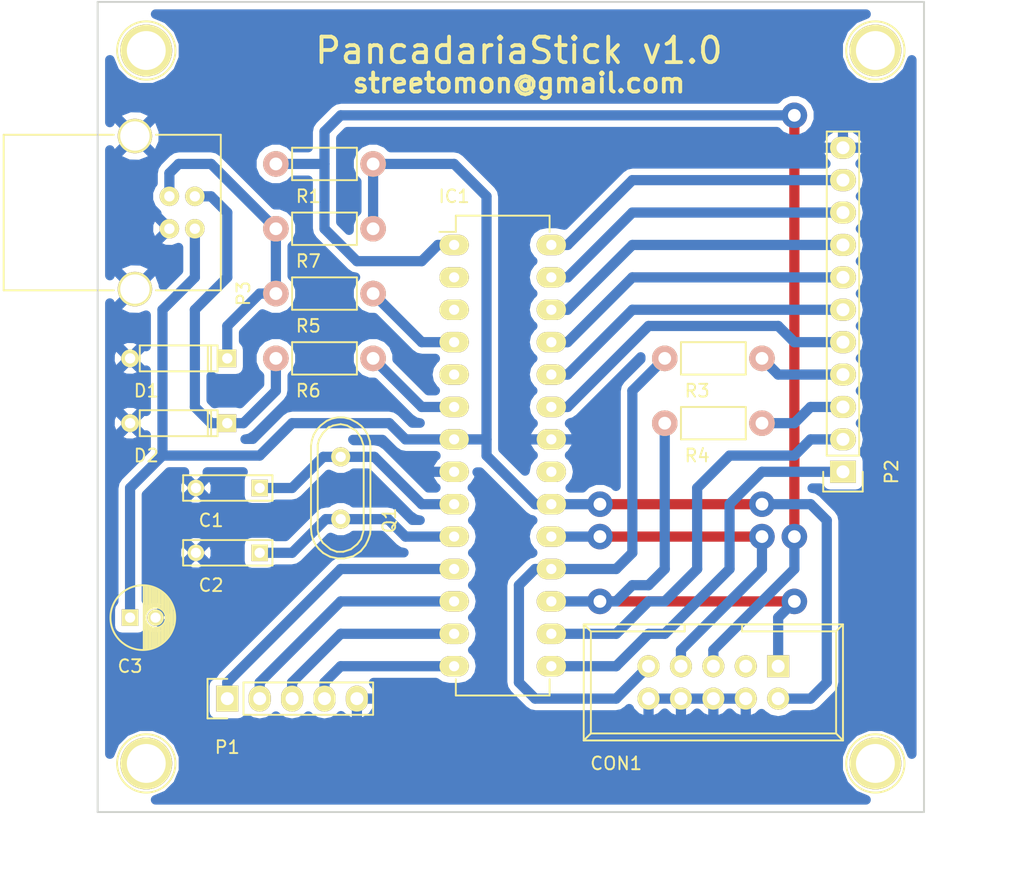
<source format=kicad_pcb>
(kicad_pcb (version 4) (host pcbnew 4.0.3-stable)

  (general
    (links 53)
    (no_connects 1)
    (area 77.234999 87.417 161.52 157.640001)
    (thickness 1.6)
    (drawings 8)
    (tracks 157)
    (zones 0)
    (modules 21)
    (nets 27)
  )

  (page A4)
  (title_block
    (title "PancadariaStick V1.0")
  )

  (layers
    (0 F.Cu signal)
    (31 B.Cu signal)
    (32 B.Adhes user)
    (33 F.Adhes user)
    (34 B.Paste user)
    (35 F.Paste user)
    (36 B.SilkS user)
    (37 F.SilkS user)
    (38 B.Mask user)
    (39 F.Mask user)
    (40 Dwgs.User user)
    (41 Cmts.User user)
    (42 Eco1.User user)
    (43 Eco2.User user)
    (44 Edge.Cuts user)
    (45 Margin user)
    (46 B.CrtYd user)
    (47 F.CrtYd user)
    (48 B.Fab user)
    (49 F.Fab user)
  )

  (setup
    (last_trace_width 0.8)
    (trace_clearance 0.2)
    (zone_clearance 0.508)
    (zone_45_only yes)
    (trace_min 0.8)
    (segment_width 0.2)
    (edge_width 0.15)
    (via_size 2)
    (via_drill 0.8)
    (via_min_size 0.4)
    (via_min_drill 0.3)
    (uvia_size 0.3)
    (uvia_drill 0.1)
    (uvias_allowed no)
    (uvia_min_size 0.2)
    (uvia_min_drill 0.1)
    (pcb_text_width 0.3)
    (pcb_text_size 1.5 1.5)
    (mod_edge_width 0.15)
    (mod_text_size 1 1)
    (mod_text_width 0.15)
    (pad_size 1.524 1.524)
    (pad_drill 0.762)
    (pad_to_mask_clearance 0.2)
    (aux_axis_origin 0 0)
    (visible_elements FFFFFF7F)
    (pcbplotparams
      (layerselection 0x010e3_80000001)
      (usegerberextensions true)
      (excludeedgelayer true)
      (linewidth 0.100000)
      (plotframeref false)
      (viasonmask false)
      (mode 1)
      (useauxorigin false)
      (hpglpennumber 1)
      (hpglpenspeed 20)
      (hpglpendiameter 15)
      (hpglpenoverlay 2)
      (psnegative false)
      (psa4output false)
      (plotreference true)
      (plotvalue true)
      (plotinvisibletext false)
      (padsonsilk false)
      (subtractmaskfromsilk false)
      (outputformat 1)
      (mirror false)
      (drillshape 0)
      (scaleselection 1)
      (outputdirectory test/))
  )

  (net 0 "")
  (net 1 "Net-(C1-Pad1)")
  (net 2 GND)
  (net 3 "Net-(C2-Pad1)")
  (net 4 VCC)
  (net 5 "Net-(CON1-Pad1)")
  (net 6 "Net-(CON1-Pad5)")
  (net 7 "Net-(CON1-Pad7)")
  (net 8 "Net-(CON1-Pad9)")
  (net 9 "Net-(D1-Pad1)")
  (net 10 "Net-(D2-Pad1)")
  (net 11 "Net-(IC1-Pad4)")
  (net 12 "Net-(IC1-Pad6)")
  (net 13 "Net-(IC1-Pad11)")
  (net 14 "Net-(IC1-Pad12)")
  (net 15 "Net-(IC1-Pad13)")
  (net 16 "Net-(IC1-Pad14)")
  (net 17 "Net-(IC1-Pad15)")
  (net 18 "Net-(IC1-Pad16)")
  (net 19 "Net-(IC1-Pad23)")
  (net 20 "Net-(IC1-Pad24)")
  (net 21 "Net-(IC1-Pad25)")
  (net 22 "Net-(IC1-Pad26)")
  (net 23 "Net-(IC1-Pad27)")
  (net 24 "Net-(IC1-Pad28)")
  (net 25 "Net-(P2-Pad3)")
  (net 26 "Net-(P2-Pad4)")

  (net_class Default "This is the default net class."
    (clearance 0.2)
    (trace_width 0.8)
    (via_dia 2)
    (via_drill 0.8)
    (uvia_dia 0.3)
    (uvia_drill 0.1)
    (add_net GND)
    (add_net "Net-(C1-Pad1)")
    (add_net "Net-(C2-Pad1)")
    (add_net "Net-(CON1-Pad1)")
    (add_net "Net-(CON1-Pad5)")
    (add_net "Net-(CON1-Pad7)")
    (add_net "Net-(CON1-Pad9)")
    (add_net "Net-(D1-Pad1)")
    (add_net "Net-(D2-Pad1)")
    (add_net "Net-(IC1-Pad11)")
    (add_net "Net-(IC1-Pad12)")
    (add_net "Net-(IC1-Pad13)")
    (add_net "Net-(IC1-Pad14)")
    (add_net "Net-(IC1-Pad15)")
    (add_net "Net-(IC1-Pad16)")
    (add_net "Net-(IC1-Pad23)")
    (add_net "Net-(IC1-Pad24)")
    (add_net "Net-(IC1-Pad25)")
    (add_net "Net-(IC1-Pad26)")
    (add_net "Net-(IC1-Pad27)")
    (add_net "Net-(IC1-Pad28)")
    (add_net "Net-(IC1-Pad4)")
    (add_net "Net-(IC1-Pad6)")
    (add_net "Net-(P2-Pad3)")
    (add_net "Net-(P2-Pad4)")
    (add_net VCC)
  )

  (module Capacitors_ThroughHole:C_Rect_L7_W2_P5 (layer F.Cu) (tedit 57B34FA8) (tstamp 57B1FCE5)
    (at 97.79 125.73 180)
    (descr "Film Capacitor Length 7 x Width 2mm, Pitch 5mm")
    (tags Capacitor)
    (path /57AE2C18)
    (fp_text reference C1 (at 3.81 -2.54 180) (layer F.SilkS)
      (effects (font (size 1 1) (thickness 0.15)))
    )
    (fp_text value 22p (at -1.27 -2.54 180) (layer F.Fab)
      (effects (font (size 1 1) (thickness 0.15)))
    )
    (fp_line (start -1.25 -1.25) (end 6.25 -1.25) (layer F.CrtYd) (width 0.05))
    (fp_line (start 6.25 -1.25) (end 6.25 1.25) (layer F.CrtYd) (width 0.05))
    (fp_line (start 6.25 1.25) (end -1.25 1.25) (layer F.CrtYd) (width 0.05))
    (fp_line (start -1.25 1.25) (end -1.25 -1.25) (layer F.CrtYd) (width 0.05))
    (fp_line (start -1 -1) (end 6 -1) (layer F.SilkS) (width 0.15))
    (fp_line (start 6 -1) (end 6 1) (layer F.SilkS) (width 0.15))
    (fp_line (start 6 1) (end -1 1) (layer F.SilkS) (width 0.15))
    (fp_line (start -1 1) (end -1 -1) (layer F.SilkS) (width 0.15))
    (pad 1 thru_hole rect (at 0 0 180) (size 1.3 1.3) (drill 0.8) (layers *.Cu *.Mask F.SilkS)
      (net 1 "Net-(C1-Pad1)"))
    (pad 2 thru_hole circle (at 5 0 180) (size 1.3 1.3) (drill 0.8) (layers *.Cu *.Mask F.SilkS)
      (net 2 GND))
    (model Capacitors_ThroughHole.3dshapes/C_Rect_L7_W2_P5.wrl
      (at (xyz 0.098425 0 0))
      (scale (xyz 1 1 1))
      (rotate (xyz 0 0 0))
    )
  )

  (module Capacitors_ThroughHole:C_Rect_L7_W2_P5 (layer F.Cu) (tedit 57B34F9D) (tstamp 57B1FCEB)
    (at 97.79 130.81 180)
    (descr "Film Capacitor Length 7 x Width 2mm, Pitch 5mm")
    (tags Capacitor)
    (path /57AE2C6A)
    (fp_text reference C2 (at 3.81 -2.54 180) (layer F.SilkS)
      (effects (font (size 1 1) (thickness 0.15)))
    )
    (fp_text value 22p (at -1.27 -2.54 180) (layer F.Fab)
      (effects (font (size 1 1) (thickness 0.15)))
    )
    (fp_line (start -1.25 -1.25) (end 6.25 -1.25) (layer F.CrtYd) (width 0.05))
    (fp_line (start 6.25 -1.25) (end 6.25 1.25) (layer F.CrtYd) (width 0.05))
    (fp_line (start 6.25 1.25) (end -1.25 1.25) (layer F.CrtYd) (width 0.05))
    (fp_line (start -1.25 1.25) (end -1.25 -1.25) (layer F.CrtYd) (width 0.05))
    (fp_line (start -1 -1) (end 6 -1) (layer F.SilkS) (width 0.15))
    (fp_line (start 6 -1) (end 6 1) (layer F.SilkS) (width 0.15))
    (fp_line (start 6 1) (end -1 1) (layer F.SilkS) (width 0.15))
    (fp_line (start -1 1) (end -1 -1) (layer F.SilkS) (width 0.15))
    (pad 1 thru_hole rect (at 0 0 180) (size 1.3 1.3) (drill 0.8) (layers *.Cu *.Mask F.SilkS)
      (net 3 "Net-(C2-Pad1)"))
    (pad 2 thru_hole circle (at 5 0 180) (size 1.3 1.3) (drill 0.8) (layers *.Cu *.Mask F.SilkS)
      (net 2 GND))
    (model Capacitors_ThroughHole.3dshapes/C_Rect_L7_W2_P5.wrl
      (at (xyz 0.098425 0 0))
      (scale (xyz 1 1 1))
      (rotate (xyz 0 0 0))
    )
  )

  (module Capacitors_ThroughHole:C_Radial_D5_L11_P2 (layer F.Cu) (tedit 57B34FDB) (tstamp 57B1FCF1)
    (at 87.63 135.89)
    (descr "Radial Electrolytic Capacitor 5mm x Length 11mm, Pitch 2mm")
    (tags "Electrolytic Capacitor")
    (path /57AE3E46)
    (fp_text reference C3 (at 0 3.81) (layer F.SilkS)
      (effects (font (size 1 1) (thickness 0.15)))
    )
    (fp_text value 4.7u (at 3.81 3.81) (layer F.Fab)
      (effects (font (size 1 1) (thickness 0.15)))
    )
    (fp_line (start 1.075 -2.499) (end 1.075 2.499) (layer F.SilkS) (width 0.15))
    (fp_line (start 1.215 -2.491) (end 1.215 -0.154) (layer F.SilkS) (width 0.15))
    (fp_line (start 1.215 0.154) (end 1.215 2.491) (layer F.SilkS) (width 0.15))
    (fp_line (start 1.355 -2.475) (end 1.355 -0.473) (layer F.SilkS) (width 0.15))
    (fp_line (start 1.355 0.473) (end 1.355 2.475) (layer F.SilkS) (width 0.15))
    (fp_line (start 1.495 -2.451) (end 1.495 -0.62) (layer F.SilkS) (width 0.15))
    (fp_line (start 1.495 0.62) (end 1.495 2.451) (layer F.SilkS) (width 0.15))
    (fp_line (start 1.635 -2.418) (end 1.635 -0.712) (layer F.SilkS) (width 0.15))
    (fp_line (start 1.635 0.712) (end 1.635 2.418) (layer F.SilkS) (width 0.15))
    (fp_line (start 1.775 -2.377) (end 1.775 -0.768) (layer F.SilkS) (width 0.15))
    (fp_line (start 1.775 0.768) (end 1.775 2.377) (layer F.SilkS) (width 0.15))
    (fp_line (start 1.915 -2.327) (end 1.915 -0.795) (layer F.SilkS) (width 0.15))
    (fp_line (start 1.915 0.795) (end 1.915 2.327) (layer F.SilkS) (width 0.15))
    (fp_line (start 2.055 -2.266) (end 2.055 -0.798) (layer F.SilkS) (width 0.15))
    (fp_line (start 2.055 0.798) (end 2.055 2.266) (layer F.SilkS) (width 0.15))
    (fp_line (start 2.195 -2.196) (end 2.195 -0.776) (layer F.SilkS) (width 0.15))
    (fp_line (start 2.195 0.776) (end 2.195 2.196) (layer F.SilkS) (width 0.15))
    (fp_line (start 2.335 -2.114) (end 2.335 -0.726) (layer F.SilkS) (width 0.15))
    (fp_line (start 2.335 0.726) (end 2.335 2.114) (layer F.SilkS) (width 0.15))
    (fp_line (start 2.475 -2.019) (end 2.475 -0.644) (layer F.SilkS) (width 0.15))
    (fp_line (start 2.475 0.644) (end 2.475 2.019) (layer F.SilkS) (width 0.15))
    (fp_line (start 2.615 -1.908) (end 2.615 -0.512) (layer F.SilkS) (width 0.15))
    (fp_line (start 2.615 0.512) (end 2.615 1.908) (layer F.SilkS) (width 0.15))
    (fp_line (start 2.755 -1.78) (end 2.755 -0.265) (layer F.SilkS) (width 0.15))
    (fp_line (start 2.755 0.265) (end 2.755 1.78) (layer F.SilkS) (width 0.15))
    (fp_line (start 2.895 -1.631) (end 2.895 1.631) (layer F.SilkS) (width 0.15))
    (fp_line (start 3.035 -1.452) (end 3.035 1.452) (layer F.SilkS) (width 0.15))
    (fp_line (start 3.175 -1.233) (end 3.175 1.233) (layer F.SilkS) (width 0.15))
    (fp_line (start 3.315 -0.944) (end 3.315 0.944) (layer F.SilkS) (width 0.15))
    (fp_line (start 3.455 -0.472) (end 3.455 0.472) (layer F.SilkS) (width 0.15))
    (fp_circle (center 2 0) (end 2 -0.8) (layer F.SilkS) (width 0.15))
    (fp_circle (center 1 0) (end 1 -2.5375) (layer F.SilkS) (width 0.15))
    (fp_circle (center 1 0) (end 1 -2.8) (layer F.CrtYd) (width 0.05))
    (pad 1 thru_hole rect (at 0 0) (size 1.3 1.3) (drill 0.8) (layers *.Cu *.Mask F.SilkS)
      (net 4 VCC))
    (pad 2 thru_hole circle (at 2 0) (size 1.3 1.3) (drill 0.8) (layers *.Cu *.Mask F.SilkS)
      (net 2 GND))
    (model Capacitors_ThroughHole.3dshapes/C_Radial_D5_L11_P2.wrl
      (at (xyz 0 0 0))
      (scale (xyz 1 1 1))
      (rotate (xyz 0 0 0))
    )
  )

  (module Connect:IDC_Header_Straight_10pins (layer F.Cu) (tedit 57B35042) (tstamp 57B1FD12)
    (at 138.43 139.7 180)
    (descr "10 pins through hole IDC header")
    (tags "IDC header socket VASCH")
    (path /57B1FDDF)
    (fp_text reference CON1 (at 12.7 -7.62 180) (layer F.SilkS)
      (effects (font (size 1 1) (thickness 0.15)))
    )
    (fp_text value AVR-ISP-10 (at 1.27 -7.62 180) (layer F.Fab)
      (effects (font (size 1 1) (thickness 0.15)))
    )
    (fp_line (start -5.08 -5.82) (end 15.24 -5.82) (layer F.SilkS) (width 0.15))
    (fp_line (start -4.54 -5.27) (end 14.68 -5.27) (layer F.SilkS) (width 0.15))
    (fp_line (start -5.08 3.28) (end 15.24 3.28) (layer F.SilkS) (width 0.15))
    (fp_line (start -4.54 2.73) (end 2.83 2.73) (layer F.SilkS) (width 0.15))
    (fp_line (start 7.33 2.73) (end 14.68 2.73) (layer F.SilkS) (width 0.15))
    (fp_line (start 2.83 2.73) (end 2.83 3.28) (layer F.SilkS) (width 0.15))
    (fp_line (start 7.33 2.73) (end 7.33 3.28) (layer F.SilkS) (width 0.15))
    (fp_line (start -5.08 -5.82) (end -5.08 3.28) (layer F.SilkS) (width 0.15))
    (fp_line (start -4.54 -5.27) (end -4.54 2.73) (layer F.SilkS) (width 0.15))
    (fp_line (start 15.24 -5.82) (end 15.24 3.28) (layer F.SilkS) (width 0.15))
    (fp_line (start 14.68 -5.27) (end 14.68 2.73) (layer F.SilkS) (width 0.15))
    (fp_line (start -5.08 -5.82) (end -4.54 -5.27) (layer F.SilkS) (width 0.15))
    (fp_line (start 15.24 -5.82) (end 14.68 -5.27) (layer F.SilkS) (width 0.15))
    (fp_line (start -5.08 3.28) (end -4.54 2.73) (layer F.SilkS) (width 0.15))
    (fp_line (start 15.24 3.28) (end 14.68 2.73) (layer F.SilkS) (width 0.15))
    (fp_line (start -5.35 -6.05) (end 15.5 -6.05) (layer F.CrtYd) (width 0.05))
    (fp_line (start 15.5 -6.05) (end 15.5 3.55) (layer F.CrtYd) (width 0.05))
    (fp_line (start 15.5 3.55) (end -5.35 3.55) (layer F.CrtYd) (width 0.05))
    (fp_line (start -5.35 3.55) (end -5.35 -6.05) (layer F.CrtYd) (width 0.05))
    (pad 1 thru_hole rect (at 0 0 180) (size 1.7272 1.7272) (drill 1.016) (layers *.Cu *.Mask F.SilkS)
      (net 5 "Net-(CON1-Pad1)"))
    (pad 2 thru_hole oval (at 0 -2.54 180) (size 1.7272 1.7272) (drill 1.016) (layers *.Cu *.Mask F.SilkS)
      (net 4 VCC))
    (pad 3 thru_hole oval (at 2.54 0 180) (size 1.7272 1.7272) (drill 1.016) (layers *.Cu *.Mask F.SilkS))
    (pad 4 thru_hole oval (at 2.54 -2.54 180) (size 1.7272 1.7272) (drill 1.016) (layers *.Cu *.Mask F.SilkS)
      (net 2 GND))
    (pad 5 thru_hole oval (at 5.08 0 180) (size 1.7272 1.7272) (drill 1.016) (layers *.Cu *.Mask F.SilkS)
      (net 6 "Net-(CON1-Pad5)"))
    (pad 6 thru_hole oval (at 5.08 -2.54 180) (size 1.7272 1.7272) (drill 1.016) (layers *.Cu *.Mask F.SilkS)
      (net 2 GND))
    (pad 7 thru_hole oval (at 7.62 0 180) (size 1.7272 1.7272) (drill 1.016) (layers *.Cu *.Mask F.SilkS)
      (net 7 "Net-(CON1-Pad7)"))
    (pad 8 thru_hole oval (at 7.62 -2.54 180) (size 1.7272 1.7272) (drill 1.016) (layers *.Cu *.Mask F.SilkS)
      (net 2 GND))
    (pad 9 thru_hole oval (at 10.16 0 180) (size 1.7272 1.7272) (drill 1.016) (layers *.Cu *.Mask F.SilkS)
      (net 8 "Net-(CON1-Pad9)"))
    (pad 10 thru_hole oval (at 10.16 -2.54 180) (size 1.7272 1.7272) (drill 1.016) (layers *.Cu *.Mask F.SilkS)
      (net 2 GND))
  )

  (module Discret:D3 (layer F.Cu) (tedit 57B34FBB) (tstamp 57B1FD18)
    (at 91.44 115.57)
    (descr "Diode 3 pas")
    (tags "DIODE DEV")
    (path /57AE3380)
    (fp_text reference D1 (at -2.54 2.54) (layer F.SilkS)
      (effects (font (size 1 1) (thickness 0.15)))
    )
    (fp_text value 3V6 (at 2.54 2.54) (layer F.Fab)
      (effects (font (size 1 1) (thickness 0.15)))
    )
    (fp_line (start 3.81 0) (end 3.048 0) (layer F.SilkS) (width 0.15))
    (fp_line (start 3.048 0) (end 3.048 -1.016) (layer F.SilkS) (width 0.15))
    (fp_line (start 3.048 -1.016) (end -3.048 -1.016) (layer F.SilkS) (width 0.15))
    (fp_line (start -3.048 -1.016) (end -3.048 0) (layer F.SilkS) (width 0.15))
    (fp_line (start -3.048 0) (end -3.81 0) (layer F.SilkS) (width 0.15))
    (fp_line (start -3.048 0) (end -3.048 1.016) (layer F.SilkS) (width 0.15))
    (fp_line (start -3.048 1.016) (end 3.048 1.016) (layer F.SilkS) (width 0.15))
    (fp_line (start 3.048 1.016) (end 3.048 0) (layer F.SilkS) (width 0.15))
    (fp_line (start 2.54 -1.016) (end 2.54 1.016) (layer F.SilkS) (width 0.15))
    (fp_line (start 2.286 1.016) (end 2.286 -1.016) (layer F.SilkS) (width 0.15))
    (pad 1 thru_hole rect (at 3.81 0) (size 1.397 1.397) (drill 0.8128) (layers *.Cu *.Mask F.SilkS)
      (net 9 "Net-(D1-Pad1)"))
    (pad 2 thru_hole circle (at -3.81 0) (size 1.397 1.397) (drill 0.8128) (layers *.Cu *.Mask F.SilkS)
      (net 2 GND))
    (model Discret.3dshapes/D3.wrl
      (at (xyz 0 0 0))
      (scale (xyz 0.3 0.3 0.3))
      (rotate (xyz 0 0 0))
    )
  )

  (module Discret:D3 (layer F.Cu) (tedit 57B34FB5) (tstamp 57B1FD1E)
    (at 91.44 120.65)
    (descr "Diode 3 pas")
    (tags "DIODE DEV")
    (path /57AE340C)
    (fp_text reference D2 (at -2.54 2.54) (layer F.SilkS)
      (effects (font (size 1 1) (thickness 0.15)))
    )
    (fp_text value 3V6 (at 2.54 2.54) (layer F.Fab)
      (effects (font (size 1 1) (thickness 0.15)))
    )
    (fp_line (start 3.81 0) (end 3.048 0) (layer F.SilkS) (width 0.15))
    (fp_line (start 3.048 0) (end 3.048 -1.016) (layer F.SilkS) (width 0.15))
    (fp_line (start 3.048 -1.016) (end -3.048 -1.016) (layer F.SilkS) (width 0.15))
    (fp_line (start -3.048 -1.016) (end -3.048 0) (layer F.SilkS) (width 0.15))
    (fp_line (start -3.048 0) (end -3.81 0) (layer F.SilkS) (width 0.15))
    (fp_line (start -3.048 0) (end -3.048 1.016) (layer F.SilkS) (width 0.15))
    (fp_line (start -3.048 1.016) (end 3.048 1.016) (layer F.SilkS) (width 0.15))
    (fp_line (start 3.048 1.016) (end 3.048 0) (layer F.SilkS) (width 0.15))
    (fp_line (start 2.54 -1.016) (end 2.54 1.016) (layer F.SilkS) (width 0.15))
    (fp_line (start 2.286 1.016) (end 2.286 -1.016) (layer F.SilkS) (width 0.15))
    (pad 1 thru_hole rect (at 3.81 0) (size 1.397 1.397) (drill 0.8128) (layers *.Cu *.Mask F.SilkS)
      (net 10 "Net-(D2-Pad1)"))
    (pad 2 thru_hole circle (at -3.81 0) (size 1.397 1.397) (drill 0.8128) (layers *.Cu *.Mask F.SilkS)
      (net 2 GND))
    (model Discret.3dshapes/D3.wrl
      (at (xyz 0 0 0))
      (scale (xyz 0.3 0.3 0.3))
      (rotate (xyz 0 0 0))
    )
  )

  (module Housings_DIP:DIP-28_W7.62mm_LongPads (layer F.Cu) (tedit 57B34F84) (tstamp 57B1FD3E)
    (at 113.03 106.68)
    (descr "28-lead dip package, row spacing 7.62 mm (300 mils), longer pads")
    (tags "dil dip 2.54 300")
    (path /57AE0B7F)
    (fp_text reference IC1 (at 0 -3.81) (layer F.SilkS)
      (effects (font (size 1 1) (thickness 0.15)))
    )
    (fp_text value ATMEGA8-P (at 7.62 -3.81) (layer F.Fab)
      (effects (font (size 1 1) (thickness 0.15)))
    )
    (fp_line (start -1.4 -2.45) (end -1.4 35.5) (layer F.CrtYd) (width 0.05))
    (fp_line (start 9 -2.45) (end 9 35.5) (layer F.CrtYd) (width 0.05))
    (fp_line (start -1.4 -2.45) (end 9 -2.45) (layer F.CrtYd) (width 0.05))
    (fp_line (start -1.4 35.5) (end 9 35.5) (layer F.CrtYd) (width 0.05))
    (fp_line (start 0.135 -2.295) (end 0.135 -1.025) (layer F.SilkS) (width 0.15))
    (fp_line (start 7.485 -2.295) (end 7.485 -1.025) (layer F.SilkS) (width 0.15))
    (fp_line (start 7.485 35.315) (end 7.485 34.045) (layer F.SilkS) (width 0.15))
    (fp_line (start 0.135 35.315) (end 0.135 34.045) (layer F.SilkS) (width 0.15))
    (fp_line (start 0.135 -2.295) (end 7.485 -2.295) (layer F.SilkS) (width 0.15))
    (fp_line (start 0.135 35.315) (end 7.485 35.315) (layer F.SilkS) (width 0.15))
    (fp_line (start 0.135 -1.025) (end -1.15 -1.025) (layer F.SilkS) (width 0.15))
    (pad 1 thru_hole oval (at 0 0) (size 2.3 1.6) (drill 0.8) (layers *.Cu *.Mask F.SilkS)
      (net 6 "Net-(CON1-Pad5)"))
    (pad 2 thru_hole oval (at 0 2.54) (size 2.3 1.6) (drill 0.8) (layers *.Cu *.Mask F.SilkS))
    (pad 3 thru_hole oval (at 0 5.08) (size 2.3 1.6) (drill 0.8) (layers *.Cu *.Mask F.SilkS))
    (pad 4 thru_hole oval (at 0 7.62) (size 2.3 1.6) (drill 0.8) (layers *.Cu *.Mask F.SilkS)
      (net 11 "Net-(IC1-Pad4)"))
    (pad 5 thru_hole oval (at 0 10.16) (size 2.3 1.6) (drill 0.8) (layers *.Cu *.Mask F.SilkS))
    (pad 6 thru_hole oval (at 0 12.7) (size 2.3 1.6) (drill 0.8) (layers *.Cu *.Mask F.SilkS)
      (net 12 "Net-(IC1-Pad6)"))
    (pad 7 thru_hole oval (at 0 15.24) (size 2.3 1.6) (drill 0.8) (layers *.Cu *.Mask F.SilkS)
      (net 4 VCC))
    (pad 8 thru_hole oval (at 0 17.78) (size 2.3 1.6) (drill 0.8) (layers *.Cu *.Mask F.SilkS)
      (net 2 GND))
    (pad 9 thru_hole oval (at 0 20.32) (size 2.3 1.6) (drill 0.8) (layers *.Cu *.Mask F.SilkS)
      (net 1 "Net-(C1-Pad1)"))
    (pad 10 thru_hole oval (at 0 22.86) (size 2.3 1.6) (drill 0.8) (layers *.Cu *.Mask F.SilkS)
      (net 3 "Net-(C2-Pad1)"))
    (pad 11 thru_hole oval (at 0 25.4) (size 2.3 1.6) (drill 0.8) (layers *.Cu *.Mask F.SilkS)
      (net 13 "Net-(IC1-Pad11)"))
    (pad 12 thru_hole oval (at 0 27.94) (size 2.3 1.6) (drill 0.8) (layers *.Cu *.Mask F.SilkS)
      (net 14 "Net-(IC1-Pad12)"))
    (pad 13 thru_hole oval (at 0 30.48) (size 2.3 1.6) (drill 0.8) (layers *.Cu *.Mask F.SilkS)
      (net 15 "Net-(IC1-Pad13)"))
    (pad 14 thru_hole oval (at 0 33.02) (size 2.3 1.6) (drill 0.8) (layers *.Cu *.Mask F.SilkS)
      (net 16 "Net-(IC1-Pad14)"))
    (pad 15 thru_hole oval (at 7.62 33.02) (size 2.3 1.6) (drill 0.8) (layers *.Cu *.Mask F.SilkS)
      (net 17 "Net-(IC1-Pad15)"))
    (pad 16 thru_hole oval (at 7.62 30.48) (size 2.3 1.6) (drill 0.8) (layers *.Cu *.Mask F.SilkS)
      (net 18 "Net-(IC1-Pad16)"))
    (pad 17 thru_hole oval (at 7.62 27.94) (size 2.3 1.6) (drill 0.8) (layers *.Cu *.Mask F.SilkS)
      (net 5 "Net-(CON1-Pad1)"))
    (pad 18 thru_hole oval (at 7.62 25.4) (size 2.3 1.6) (drill 0.8) (layers *.Cu *.Mask F.SilkS)
      (net 8 "Net-(CON1-Pad9)"))
    (pad 19 thru_hole oval (at 7.62 22.86) (size 2.3 1.6) (drill 0.8) (layers *.Cu *.Mask F.SilkS)
      (net 7 "Net-(CON1-Pad7)"))
    (pad 20 thru_hole oval (at 7.62 20.32) (size 2.3 1.6) (drill 0.8) (layers *.Cu *.Mask F.SilkS)
      (net 4 VCC))
    (pad 21 thru_hole oval (at 7.62 17.78) (size 2.3 1.6) (drill 0.8) (layers *.Cu *.Mask F.SilkS))
    (pad 22 thru_hole oval (at 7.62 15.24) (size 2.3 1.6) (drill 0.8) (layers *.Cu *.Mask F.SilkS)
      (net 2 GND))
    (pad 23 thru_hole oval (at 7.62 12.7) (size 2.3 1.6) (drill 0.8) (layers *.Cu *.Mask F.SilkS)
      (net 19 "Net-(IC1-Pad23)"))
    (pad 24 thru_hole oval (at 7.62 10.16) (size 2.3 1.6) (drill 0.8) (layers *.Cu *.Mask F.SilkS)
      (net 20 "Net-(IC1-Pad24)"))
    (pad 25 thru_hole oval (at 7.62 7.62) (size 2.3 1.6) (drill 0.8) (layers *.Cu *.Mask F.SilkS)
      (net 21 "Net-(IC1-Pad25)"))
    (pad 26 thru_hole oval (at 7.62 5.08) (size 2.3 1.6) (drill 0.8) (layers *.Cu *.Mask F.SilkS)
      (net 22 "Net-(IC1-Pad26)"))
    (pad 27 thru_hole oval (at 7.62 2.54) (size 2.3 1.6) (drill 0.8) (layers *.Cu *.Mask F.SilkS)
      (net 23 "Net-(IC1-Pad27)"))
    (pad 28 thru_hole oval (at 7.62 0) (size 2.3 1.6) (drill 0.8) (layers *.Cu *.Mask F.SilkS)
      (net 24 "Net-(IC1-Pad28)"))
    (model Housings_DIP.3dshapes/DIP-28_W7.62mm_LongPads.wrl
      (at (xyz 0 0 0))
      (scale (xyz 1 1 1))
      (rotate (xyz 0 0 0))
    )
  )

  (module Pin_Headers:Pin_Header_Straight_1x05 (layer F.Cu) (tedit 57B34FE7) (tstamp 57B1FD47)
    (at 95.25 142.24 90)
    (descr "Through hole pin header")
    (tags "pin header")
    (path /57AE4D3E)
    (fp_text reference P1 (at -3.81 0 180) (layer F.SilkS)
      (effects (font (size 1 1) (thickness 0.15)))
    )
    (fp_text value Joystick (at -3.81 8.89 180) (layer F.Fab)
      (effects (font (size 1 1) (thickness 0.15)))
    )
    (fp_line (start -1.55 0) (end -1.55 -1.55) (layer F.SilkS) (width 0.15))
    (fp_line (start -1.55 -1.55) (end 1.55 -1.55) (layer F.SilkS) (width 0.15))
    (fp_line (start 1.55 -1.55) (end 1.55 0) (layer F.SilkS) (width 0.15))
    (fp_line (start -1.75 -1.75) (end -1.75 11.95) (layer F.CrtYd) (width 0.05))
    (fp_line (start 1.75 -1.75) (end 1.75 11.95) (layer F.CrtYd) (width 0.05))
    (fp_line (start -1.75 -1.75) (end 1.75 -1.75) (layer F.CrtYd) (width 0.05))
    (fp_line (start -1.75 11.95) (end 1.75 11.95) (layer F.CrtYd) (width 0.05))
    (fp_line (start 1.27 1.27) (end 1.27 11.43) (layer F.SilkS) (width 0.15))
    (fp_line (start 1.27 11.43) (end -1.27 11.43) (layer F.SilkS) (width 0.15))
    (fp_line (start -1.27 11.43) (end -1.27 1.27) (layer F.SilkS) (width 0.15))
    (fp_line (start 1.27 1.27) (end -1.27 1.27) (layer F.SilkS) (width 0.15))
    (pad 1 thru_hole rect (at 0 0 90) (size 2.032 1.7272) (drill 1.016) (layers *.Cu *.Mask F.SilkS)
      (net 13 "Net-(IC1-Pad11)"))
    (pad 2 thru_hole oval (at 0 2.54 90) (size 2.032 1.7272) (drill 1.016) (layers *.Cu *.Mask F.SilkS)
      (net 14 "Net-(IC1-Pad12)"))
    (pad 3 thru_hole oval (at 0 5.08 90) (size 2.032 1.7272) (drill 1.016) (layers *.Cu *.Mask F.SilkS)
      (net 15 "Net-(IC1-Pad13)"))
    (pad 4 thru_hole oval (at 0 7.62 90) (size 2.032 1.7272) (drill 1.016) (layers *.Cu *.Mask F.SilkS)
      (net 16 "Net-(IC1-Pad14)"))
    (pad 5 thru_hole oval (at 0 10.16 90) (size 2.032 1.7272) (drill 1.016) (layers *.Cu *.Mask F.SilkS)
      (net 2 GND))
    (model Pin_Headers.3dshapes/Pin_Header_Straight_1x05.wrl
      (at (xyz 0 -0.2 0))
      (scale (xyz 1 1 1))
      (rotate (xyz 0 0 90))
    )
  )

  (module Pin_Headers:Pin_Header_Straight_1x11 (layer F.Cu) (tedit 57B35034) (tstamp 57B1FD56)
    (at 143.51 124.46 180)
    (descr "Through hole pin header")
    (tags "pin header")
    (path /57AE6DF7)
    (fp_text reference P2 (at -3.81 0 270) (layer F.SilkS)
      (effects (font (size 1 1) (thickness 0.15)))
    )
    (fp_text value Buttons (at -3.81 24.13 270) (layer F.Fab)
      (effects (font (size 1 1) (thickness 0.15)))
    )
    (fp_line (start -1.75 -1.75) (end -1.75 27.15) (layer F.CrtYd) (width 0.05))
    (fp_line (start 1.75 -1.75) (end 1.75 27.15) (layer F.CrtYd) (width 0.05))
    (fp_line (start -1.75 -1.75) (end 1.75 -1.75) (layer F.CrtYd) (width 0.05))
    (fp_line (start -1.75 27.15) (end 1.75 27.15) (layer F.CrtYd) (width 0.05))
    (fp_line (start 1.27 1.27) (end 1.27 26.67) (layer F.SilkS) (width 0.15))
    (fp_line (start 1.27 26.67) (end -1.27 26.67) (layer F.SilkS) (width 0.15))
    (fp_line (start -1.27 26.67) (end -1.27 1.27) (layer F.SilkS) (width 0.15))
    (fp_line (start 1.55 -1.55) (end 1.55 0) (layer F.SilkS) (width 0.15))
    (fp_line (start 1.27 1.27) (end -1.27 1.27) (layer F.SilkS) (width 0.15))
    (fp_line (start -1.55 0) (end -1.55 -1.55) (layer F.SilkS) (width 0.15))
    (fp_line (start -1.55 -1.55) (end 1.55 -1.55) (layer F.SilkS) (width 0.15))
    (pad 1 thru_hole rect (at 0 0 180) (size 2.032 1.7272) (drill 1.016) (layers *.Cu *.Mask F.SilkS)
      (net 17 "Net-(IC1-Pad15)"))
    (pad 2 thru_hole oval (at 0 2.54 180) (size 2.032 1.7272) (drill 1.016) (layers *.Cu *.Mask F.SilkS)
      (net 18 "Net-(IC1-Pad16)"))
    (pad 3 thru_hole oval (at 0 5.08 180) (size 2.032 1.7272) (drill 1.016) (layers *.Cu *.Mask F.SilkS)
      (net 25 "Net-(P2-Pad3)"))
    (pad 4 thru_hole oval (at 0 7.62 180) (size 2.032 1.7272) (drill 1.016) (layers *.Cu *.Mask F.SilkS)
      (net 26 "Net-(P2-Pad4)"))
    (pad 5 thru_hole oval (at 0 10.16 180) (size 2.032 1.7272) (drill 1.016) (layers *.Cu *.Mask F.SilkS)
      (net 19 "Net-(IC1-Pad23)"))
    (pad 6 thru_hole oval (at 0 12.7 180) (size 2.032 1.7272) (drill 1.016) (layers *.Cu *.Mask F.SilkS)
      (net 20 "Net-(IC1-Pad24)"))
    (pad 7 thru_hole oval (at 0 15.24 180) (size 2.032 1.7272) (drill 1.016) (layers *.Cu *.Mask F.SilkS)
      (net 21 "Net-(IC1-Pad25)"))
    (pad 8 thru_hole oval (at 0 17.78 180) (size 2.032 1.7272) (drill 1.016) (layers *.Cu *.Mask F.SilkS)
      (net 22 "Net-(IC1-Pad26)"))
    (pad 9 thru_hole oval (at 0 20.32 180) (size 2.032 1.7272) (drill 1.016) (layers *.Cu *.Mask F.SilkS)
      (net 23 "Net-(IC1-Pad27)"))
    (pad 10 thru_hole oval (at 0 22.86 180) (size 2.032 1.7272) (drill 1.016) (layers *.Cu *.Mask F.SilkS)
      (net 24 "Net-(IC1-Pad28)"))
    (pad 11 thru_hole oval (at 0 25.4 180) (size 2.032 1.7272) (drill 1.016) (layers *.Cu *.Mask F.SilkS)
      (net 2 GND))
    (model Pin_Headers.3dshapes/Pin_Header_Straight_1x11.wrl
      (at (xyz 0 -0.5 0))
      (scale (xyz 1 1 1))
      (rotate (xyz 0 0 90))
    )
  )

  (module Connect:USB_B (layer F.Cu) (tedit 57B35002) (tstamp 57B1FD6A)
    (at 92.71 105.41 180)
    (descr "USB B connector")
    (tags "USB_B USB_DEV")
    (path /57AE0FEF)
    (fp_text reference P3 (at -3.81 -5.08 270) (layer F.SilkS)
      (effects (font (size 1 1) (thickness 0.15)))
    )
    (fp_text value "USB type B" (at -3.81 2.54 270) (layer F.Fab)
      (effects (font (size 1 1) (thickness 0.15)))
    )
    (fp_line (start 15.25 8.9) (end -2.3 8.9) (layer F.CrtYd) (width 0.05))
    (fp_line (start -2.3 8.9) (end -2.3 -6.35) (layer F.CrtYd) (width 0.05))
    (fp_line (start -2.3 -6.35) (end 15.25 -6.35) (layer F.CrtYd) (width 0.05))
    (fp_line (start 15.25 -6.35) (end 15.25 8.9) (layer F.CrtYd) (width 0.05))
    (fp_line (start 6.35 7.366) (end 14.986 7.366) (layer F.SilkS) (width 0.15))
    (fp_line (start -2.032 7.366) (end 3.048 7.366) (layer F.SilkS) (width 0.15))
    (fp_line (start 6.35 -4.826) (end 14.986 -4.826) (layer F.SilkS) (width 0.15))
    (fp_line (start -2.032 -4.826) (end 3.048 -4.826) (layer F.SilkS) (width 0.15))
    (fp_line (start 14.986 -4.826) (end 14.986 7.366) (layer F.SilkS) (width 0.15))
    (fp_line (start -2.032 7.366) (end -2.032 -4.826) (layer F.SilkS) (width 0.15))
    (pad 2 thru_hole circle (at 0 2.54 90) (size 1.524 1.524) (drill 0.8128) (layers *.Cu *.Mask F.SilkS)
      (net 10 "Net-(D2-Pad1)"))
    (pad 1 thru_hole circle (at 0 0 90) (size 1.524 1.524) (drill 0.8128) (layers *.Cu *.Mask F.SilkS)
      (net 4 VCC))
    (pad 4 thru_hole circle (at 1.99898 0 90) (size 1.524 1.524) (drill 0.8128) (layers *.Cu *.Mask F.SilkS)
      (net 2 GND))
    (pad 3 thru_hole circle (at 1.99898 2.54 90) (size 1.524 1.524) (drill 0.8128) (layers *.Cu *.Mask F.SilkS)
      (net 9 "Net-(D1-Pad1)"))
    (pad 5 thru_hole circle (at 4.699 7.26948 90) (size 2.70002 2.70002) (drill 2.30124) (layers *.Cu *.Mask F.SilkS)
      (net 2 GND))
    (pad 5 thru_hole circle (at 4.699 -4.72948 90) (size 2.70002 2.70002) (drill 2.30124) (layers *.Cu *.Mask F.SilkS)
      (net 2 GND))
    (model Connect.3dshapes/USB_B.wrl
      (at (xyz 0.185 -0.05 0.001))
      (scale (xyz 0.3937 0.3937 0.3937))
      (rotate (xyz 0 0 -90))
    )
  )

  (module Crystals:Crystal_HC49-U_Vertical (layer F.Cu) (tedit 57B34F90) (tstamp 57B1FD70)
    (at 104.14 125.73 90)
    (descr "Crystal Quarz HC49/U vertical stehend")
    (tags "Crystal Quarz HC49/U vertical stehend")
    (path /57AE2B90)
    (fp_text reference Q1 (at -2.54 3.81 90) (layer F.SilkS)
      (effects (font (size 1 1) (thickness 0.15)))
    )
    (fp_text value 16MHz (at 2.54 3.81 90) (layer F.Fab)
      (effects (font (size 1 1) (thickness 0.15)))
    )
    (fp_line (start 4.699 -1.00076) (end 4.89966 -0.59944) (layer F.SilkS) (width 0.15))
    (fp_line (start 4.89966 -0.59944) (end 5.00126 0) (layer F.SilkS) (width 0.15))
    (fp_line (start 5.00126 0) (end 4.89966 0.50038) (layer F.SilkS) (width 0.15))
    (fp_line (start 4.89966 0.50038) (end 4.50088 1.19888) (layer F.SilkS) (width 0.15))
    (fp_line (start 4.50088 1.19888) (end 3.8989 1.6002) (layer F.SilkS) (width 0.15))
    (fp_line (start 3.8989 1.6002) (end 3.29946 1.80086) (layer F.SilkS) (width 0.15))
    (fp_line (start 3.29946 1.80086) (end -3.29946 1.80086) (layer F.SilkS) (width 0.15))
    (fp_line (start -3.29946 1.80086) (end -4.0005 1.6002) (layer F.SilkS) (width 0.15))
    (fp_line (start -4.0005 1.6002) (end -4.39928 1.30048) (layer F.SilkS) (width 0.15))
    (fp_line (start -4.39928 1.30048) (end -4.8006 0.8001) (layer F.SilkS) (width 0.15))
    (fp_line (start -4.8006 0.8001) (end -5.00126 0.20066) (layer F.SilkS) (width 0.15))
    (fp_line (start -5.00126 0.20066) (end -5.00126 -0.29972) (layer F.SilkS) (width 0.15))
    (fp_line (start -5.00126 -0.29972) (end -4.8006 -0.8001) (layer F.SilkS) (width 0.15))
    (fp_line (start -4.8006 -0.8001) (end -4.30022 -1.39954) (layer F.SilkS) (width 0.15))
    (fp_line (start -4.30022 -1.39954) (end -3.79984 -1.69926) (layer F.SilkS) (width 0.15))
    (fp_line (start -3.79984 -1.69926) (end -3.29946 -1.80086) (layer F.SilkS) (width 0.15))
    (fp_line (start -3.2004 -1.80086) (end 3.40106 -1.80086) (layer F.SilkS) (width 0.15))
    (fp_line (start 3.40106 -1.80086) (end 3.79984 -1.69926) (layer F.SilkS) (width 0.15))
    (fp_line (start 3.79984 -1.69926) (end 4.30022 -1.39954) (layer F.SilkS) (width 0.15))
    (fp_line (start 4.30022 -1.39954) (end 4.8006 -0.89916) (layer F.SilkS) (width 0.15))
    (fp_line (start -3.19024 -2.32918) (end -3.64998 -2.28092) (layer F.SilkS) (width 0.15))
    (fp_line (start -3.64998 -2.28092) (end -4.04876 -2.16916) (layer F.SilkS) (width 0.15))
    (fp_line (start -4.04876 -2.16916) (end -4.48056 -1.95072) (layer F.SilkS) (width 0.15))
    (fp_line (start -4.48056 -1.95072) (end -4.77012 -1.71958) (layer F.SilkS) (width 0.15))
    (fp_line (start -4.77012 -1.71958) (end -5.10032 -1.36906) (layer F.SilkS) (width 0.15))
    (fp_line (start -5.10032 -1.36906) (end -5.38988 -0.83058) (layer F.SilkS) (width 0.15))
    (fp_line (start -5.38988 -0.83058) (end -5.51942 -0.23114) (layer F.SilkS) (width 0.15))
    (fp_line (start -5.51942 -0.23114) (end -5.51942 0.2794) (layer F.SilkS) (width 0.15))
    (fp_line (start -5.51942 0.2794) (end -5.34924 0.98044) (layer F.SilkS) (width 0.15))
    (fp_line (start -5.34924 0.98044) (end -4.95046 1.56972) (layer F.SilkS) (width 0.15))
    (fp_line (start -4.95046 1.56972) (end -4.49072 1.94056) (layer F.SilkS) (width 0.15))
    (fp_line (start -4.49072 1.94056) (end -4.06908 2.14884) (layer F.SilkS) (width 0.15))
    (fp_line (start -4.06908 2.14884) (end -3.6195 2.30886) (layer F.SilkS) (width 0.15))
    (fp_line (start -3.6195 2.30886) (end -3.18008 2.33934) (layer F.SilkS) (width 0.15))
    (fp_line (start 4.16052 2.1209) (end 4.53898 1.89992) (layer F.SilkS) (width 0.15))
    (fp_line (start 4.53898 1.89992) (end 4.85902 1.62052) (layer F.SilkS) (width 0.15))
    (fp_line (start 4.85902 1.62052) (end 5.11048 1.29032) (layer F.SilkS) (width 0.15))
    (fp_line (start 5.11048 1.29032) (end 5.4102 0.73914) (layer F.SilkS) (width 0.15))
    (fp_line (start 5.4102 0.73914) (end 5.51942 0.26924) (layer F.SilkS) (width 0.15))
    (fp_line (start 5.51942 0.26924) (end 5.53974 -0.1905) (layer F.SilkS) (width 0.15))
    (fp_line (start 5.53974 -0.1905) (end 5.45084 -0.65024) (layer F.SilkS) (width 0.15))
    (fp_line (start 5.45084 -0.65024) (end 5.26034 -1.09982) (layer F.SilkS) (width 0.15))
    (fp_line (start 5.26034 -1.09982) (end 4.89966 -1.56972) (layer F.SilkS) (width 0.15))
    (fp_line (start 4.89966 -1.56972) (end 4.54914 -1.88976) (layer F.SilkS) (width 0.15))
    (fp_line (start 4.54914 -1.88976) (end 4.16052 -2.1209) (layer F.SilkS) (width 0.15))
    (fp_line (start 4.16052 -2.1209) (end 3.73126 -2.2606) (layer F.SilkS) (width 0.15))
    (fp_line (start 3.73126 -2.2606) (end 3.2893 -2.32918) (layer F.SilkS) (width 0.15))
    (fp_line (start -3.2004 2.32918) (end 3.2512 2.32918) (layer F.SilkS) (width 0.15))
    (fp_line (start 3.2512 2.32918) (end 3.6703 2.29108) (layer F.SilkS) (width 0.15))
    (fp_line (start 3.6703 2.29108) (end 4.16052 2.1209) (layer F.SilkS) (width 0.15))
    (fp_line (start -3.2004 -2.32918) (end 3.2512 -2.32918) (layer F.SilkS) (width 0.15))
    (pad 1 thru_hole circle (at -2.44094 0 90) (size 1.50114 1.50114) (drill 0.8001) (layers *.Cu *.Mask F.SilkS)
      (net 3 "Net-(C2-Pad1)"))
    (pad 2 thru_hole circle (at 2.44094 0 90) (size 1.50114 1.50114) (drill 0.8001) (layers *.Cu *.Mask F.SilkS)
      (net 1 "Net-(C1-Pad1)"))
  )

  (module Resistors_ThroughHole:Resistor_Horizontal_RM7mm (layer F.Cu) (tedit 57B34F5B) (tstamp 57B1FD76)
    (at 99.06 100.33)
    (descr "Resistor, Axial,  RM 7.62mm, 1/3W,")
    (tags "Resistor Axial RM 7.62mm 1/3W R3")
    (path /57AE0DDF)
    (fp_text reference R1 (at 2.54 2.54 180) (layer F.SilkS)
      (effects (font (size 1 1) (thickness 0.15)))
    )
    (fp_text value 10k (at 6.35 2.54) (layer F.Fab)
      (effects (font (size 1 1) (thickness 0.15)))
    )
    (fp_line (start -1.25 -1.5) (end 8.85 -1.5) (layer F.CrtYd) (width 0.05))
    (fp_line (start -1.25 1.5) (end -1.25 -1.5) (layer F.CrtYd) (width 0.05))
    (fp_line (start 8.85 -1.5) (end 8.85 1.5) (layer F.CrtYd) (width 0.05))
    (fp_line (start -1.25 1.5) (end 8.85 1.5) (layer F.CrtYd) (width 0.05))
    (fp_line (start 1.27 -1.27) (end 6.35 -1.27) (layer F.SilkS) (width 0.15))
    (fp_line (start 6.35 -1.27) (end 6.35 1.27) (layer F.SilkS) (width 0.15))
    (fp_line (start 6.35 1.27) (end 1.27 1.27) (layer F.SilkS) (width 0.15))
    (fp_line (start 1.27 1.27) (end 1.27 -1.27) (layer F.SilkS) (width 0.15))
    (pad 1 thru_hole circle (at 0 0) (size 1.99898 1.99898) (drill 1.00076) (layers *.Cu *.SilkS *.Mask)
      (net 6 "Net-(CON1-Pad5)"))
    (pad 2 thru_hole circle (at 7.62 0) (size 1.99898 1.99898) (drill 1.00076) (layers *.Cu *.SilkS *.Mask)
      (net 4 VCC))
  )

  (module Resistors_ThroughHole:Resistor_Horizontal_RM7mm (layer F.Cu) (tedit 57B3501C) (tstamp 57B1FD82)
    (at 137.16 115.57 180)
    (descr "Resistor, Axial,  RM 7.62mm, 1/3W,")
    (tags "Resistor Axial RM 7.62mm 1/3W R3")
    (path /57AE44A8)
    (fp_text reference R3 (at 5.08 -2.54 180) (layer F.SilkS)
      (effects (font (size 1 1) (thickness 0.15)))
    )
    (fp_text value 4k7 (at 1.27 -2.54 180) (layer F.Fab)
      (effects (font (size 1 1) (thickness 0.15)))
    )
    (fp_line (start -1.25 -1.5) (end 8.85 -1.5) (layer F.CrtYd) (width 0.05))
    (fp_line (start -1.25 1.5) (end -1.25 -1.5) (layer F.CrtYd) (width 0.05))
    (fp_line (start 8.85 -1.5) (end 8.85 1.5) (layer F.CrtYd) (width 0.05))
    (fp_line (start -1.25 1.5) (end 8.85 1.5) (layer F.CrtYd) (width 0.05))
    (fp_line (start 1.27 -1.27) (end 6.35 -1.27) (layer F.SilkS) (width 0.15))
    (fp_line (start 6.35 -1.27) (end 6.35 1.27) (layer F.SilkS) (width 0.15))
    (fp_line (start 6.35 1.27) (end 1.27 1.27) (layer F.SilkS) (width 0.15))
    (fp_line (start 1.27 1.27) (end 1.27 -1.27) (layer F.SilkS) (width 0.15))
    (pad 1 thru_hole circle (at 0 0 180) (size 1.99898 1.99898) (drill 1.00076) (layers *.Cu *.SilkS *.Mask)
      (net 26 "Net-(P2-Pad4)"))
    (pad 2 thru_hole circle (at 7.62 0 180) (size 1.99898 1.99898) (drill 1.00076) (layers *.Cu *.SilkS *.Mask)
      (net 8 "Net-(CON1-Pad9)"))
  )

  (module Resistors_ThroughHole:Resistor_Horizontal_RM7mm (layer F.Cu) (tedit 57B35015) (tstamp 57B1FD88)
    (at 137.16 120.65 180)
    (descr "Resistor, Axial,  RM 7.62mm, 1/3W,")
    (tags "Resistor Axial RM 7.62mm 1/3W R3")
    (path /57AE0D01)
    (fp_text reference R4 (at 5.08 -2.54 180) (layer F.SilkS)
      (effects (font (size 1 1) (thickness 0.15)))
    )
    (fp_text value 4k7 (at 1.27 -2.54 180) (layer F.Fab)
      (effects (font (size 1 1) (thickness 0.15)))
    )
    (fp_line (start -1.25 -1.5) (end 8.85 -1.5) (layer F.CrtYd) (width 0.05))
    (fp_line (start -1.25 1.5) (end -1.25 -1.5) (layer F.CrtYd) (width 0.05))
    (fp_line (start 8.85 -1.5) (end 8.85 1.5) (layer F.CrtYd) (width 0.05))
    (fp_line (start -1.25 1.5) (end 8.85 1.5) (layer F.CrtYd) (width 0.05))
    (fp_line (start 1.27 -1.27) (end 6.35 -1.27) (layer F.SilkS) (width 0.15))
    (fp_line (start 6.35 -1.27) (end 6.35 1.27) (layer F.SilkS) (width 0.15))
    (fp_line (start 6.35 1.27) (end 1.27 1.27) (layer F.SilkS) (width 0.15))
    (fp_line (start 1.27 1.27) (end 1.27 -1.27) (layer F.SilkS) (width 0.15))
    (pad 1 thru_hole circle (at 0 0 180) (size 1.99898 1.99898) (drill 1.00076) (layers *.Cu *.SilkS *.Mask)
      (net 25 "Net-(P2-Pad3)"))
    (pad 2 thru_hole circle (at 7.62 0 180) (size 1.99898 1.99898) (drill 1.00076) (layers *.Cu *.SilkS *.Mask)
      (net 5 "Net-(CON1-Pad1)"))
  )

  (module Resistors_ThroughHole:Resistor_Horizontal_RM7mm (layer F.Cu) (tedit 57B34F3E) (tstamp 57B1FD8E)
    (at 99.06 110.49)
    (descr "Resistor, Axial,  RM 7.62mm, 1/3W,")
    (tags "Resistor Axial RM 7.62mm 1/3W R3")
    (path /57AE3288)
    (fp_text reference R5 (at 2.54 2.54) (layer F.SilkS)
      (effects (font (size 1 1) (thickness 0.15)))
    )
    (fp_text value 68R (at 6.35 2.54) (layer F.Fab)
      (effects (font (size 1 1) (thickness 0.15)))
    )
    (fp_line (start -1.25 -1.5) (end 8.85 -1.5) (layer F.CrtYd) (width 0.05))
    (fp_line (start -1.25 1.5) (end -1.25 -1.5) (layer F.CrtYd) (width 0.05))
    (fp_line (start 8.85 -1.5) (end 8.85 1.5) (layer F.CrtYd) (width 0.05))
    (fp_line (start -1.25 1.5) (end 8.85 1.5) (layer F.CrtYd) (width 0.05))
    (fp_line (start 1.27 -1.27) (end 6.35 -1.27) (layer F.SilkS) (width 0.15))
    (fp_line (start 6.35 -1.27) (end 6.35 1.27) (layer F.SilkS) (width 0.15))
    (fp_line (start 6.35 1.27) (end 1.27 1.27) (layer F.SilkS) (width 0.15))
    (fp_line (start 1.27 1.27) (end 1.27 -1.27) (layer F.SilkS) (width 0.15))
    (pad 1 thru_hole circle (at 0 0) (size 1.99898 1.99898) (drill 1.00076) (layers *.Cu *.SilkS *.Mask)
      (net 9 "Net-(D1-Pad1)"))
    (pad 2 thru_hole circle (at 7.62 0) (size 1.99898 1.99898) (drill 1.00076) (layers *.Cu *.SilkS *.Mask)
      (net 11 "Net-(IC1-Pad4)"))
  )

  (module Resistors_ThroughHole:Resistor_Horizontal_RM7mm (layer F.Cu) (tedit 57B34F33) (tstamp 57B1FD94)
    (at 99.06 115.57)
    (descr "Resistor, Axial,  RM 7.62mm, 1/3W,")
    (tags "Resistor Axial RM 7.62mm 1/3W R3")
    (path /57AE3226)
    (fp_text reference R6 (at 2.54 2.54 180) (layer F.SilkS)
      (effects (font (size 1 1) (thickness 0.15)))
    )
    (fp_text value 68R (at 6.35 2.54) (layer F.Fab)
      (effects (font (size 1 1) (thickness 0.15)))
    )
    (fp_line (start -1.25 -1.5) (end 8.85 -1.5) (layer F.CrtYd) (width 0.05))
    (fp_line (start -1.25 1.5) (end -1.25 -1.5) (layer F.CrtYd) (width 0.05))
    (fp_line (start 8.85 -1.5) (end 8.85 1.5) (layer F.CrtYd) (width 0.05))
    (fp_line (start -1.25 1.5) (end 8.85 1.5) (layer F.CrtYd) (width 0.05))
    (fp_line (start 1.27 -1.27) (end 6.35 -1.27) (layer F.SilkS) (width 0.15))
    (fp_line (start 6.35 -1.27) (end 6.35 1.27) (layer F.SilkS) (width 0.15))
    (fp_line (start 6.35 1.27) (end 1.27 1.27) (layer F.SilkS) (width 0.15))
    (fp_line (start 1.27 1.27) (end 1.27 -1.27) (layer F.SilkS) (width 0.15))
    (pad 1 thru_hole circle (at 0 0) (size 1.99898 1.99898) (drill 1.00076) (layers *.Cu *.SilkS *.Mask)
      (net 10 "Net-(D2-Pad1)"))
    (pad 2 thru_hole circle (at 7.62 0) (size 1.99898 1.99898) (drill 1.00076) (layers *.Cu *.SilkS *.Mask)
      (net 12 "Net-(IC1-Pad6)"))
  )

  (module Resistors_ThroughHole:Resistor_Horizontal_RM7mm (layer F.Cu) (tedit 57B34F56) (tstamp 57B1FD9A)
    (at 106.68 105.41 180)
    (descr "Resistor, Axial,  RM 7.62mm, 1/3W,")
    (tags "Resistor Axial RM 7.62mm 1/3W R3")
    (path /57AE35F9)
    (fp_text reference R7 (at 5.08 -2.54 360) (layer F.SilkS)
      (effects (font (size 1 1) (thickness 0.15)))
    )
    (fp_text value 1k5 (at 1.27 -2.54 180) (layer F.Fab)
      (effects (font (size 1 1) (thickness 0.15)))
    )
    (fp_line (start -1.25 -1.5) (end 8.85 -1.5) (layer F.CrtYd) (width 0.05))
    (fp_line (start -1.25 1.5) (end -1.25 -1.5) (layer F.CrtYd) (width 0.05))
    (fp_line (start 8.85 -1.5) (end 8.85 1.5) (layer F.CrtYd) (width 0.05))
    (fp_line (start -1.25 1.5) (end 8.85 1.5) (layer F.CrtYd) (width 0.05))
    (fp_line (start 1.27 -1.27) (end 6.35 -1.27) (layer F.SilkS) (width 0.15))
    (fp_line (start 6.35 -1.27) (end 6.35 1.27) (layer F.SilkS) (width 0.15))
    (fp_line (start 6.35 1.27) (end 1.27 1.27) (layer F.SilkS) (width 0.15))
    (fp_line (start 1.27 1.27) (end 1.27 -1.27) (layer F.SilkS) (width 0.15))
    (pad 1 thru_hole circle (at 0 0 180) (size 1.99898 1.99898) (drill 1.00076) (layers *.Cu *.SilkS *.Mask)
      (net 4 VCC))
    (pad 2 thru_hole circle (at 7.62 0 180) (size 1.99898 1.99898) (drill 1.00076) (layers *.Cu *.SilkS *.Mask)
      (net 9 "Net-(D1-Pad1)"))
  )

  (module Connect:1pin (layer F.Cu) (tedit 57B35745) (tstamp 57B35462)
    (at 88.9 147.32)
    (descr "module 1 pin (ou trou mecanique de percage)")
    (tags DEV)
    (fp_text reference REF** (at 0 -3.048) (layer F.SilkS) hide
      (effects (font (size 1 1) (thickness 0.15)))
    )
    (fp_text value 1pin (at 0 2.794) (layer F.Fab) hide
      (effects (font (size 1 1) (thickness 0.15)))
    )
    (fp_circle (center 0 0) (end 0 -2.286) (layer F.SilkS) (width 0.15))
    (pad 1 thru_hole circle (at 0 0) (size 4.064 4.064) (drill 3.048) (layers *.Cu *.Mask F.SilkS))
  )

  (module Connect:1pin (layer F.Cu) (tedit 57B35752) (tstamp 57B35497)
    (at 88.9 91.44)
    (descr "module 1 pin (ou trou mecanique de percage)")
    (tags DEV)
    (fp_text reference REF** (at 0 -3.048) (layer F.SilkS) hide
      (effects (font (size 1 1) (thickness 0.15)))
    )
    (fp_text value 1pin (at 0 2.794) (layer F.Fab) hide
      (effects (font (size 1 1) (thickness 0.15)))
    )
    (fp_circle (center 0 0) (end 0 -2.286) (layer F.SilkS) (width 0.15))
    (pad 1 thru_hole circle (at 0 0) (size 4.064 4.064) (drill 3.048) (layers *.Cu *.Mask F.SilkS))
  )

  (module Connect:1pin (layer F.Cu) (tedit 57B35E06) (tstamp 57B35540)
    (at 146.05 147.32)
    (descr "module 1 pin (ou trou mecanique de percage)")
    (tags DEV)
    (fp_text reference REF** (at 0 -3.048) (layer F.SilkS) hide
      (effects (font (size 1 1) (thickness 0.15)))
    )
    (fp_text value 1pin (at 0 2.794) (layer F.Fab) hide
      (effects (font (size 1 1) (thickness 0.15)))
    )
    (fp_circle (center 0 0) (end 0 -2.286) (layer F.SilkS) (width 0.15))
    (pad 1 thru_hole circle (at 0 0) (size 4.064 4.064) (drill 3.048) (layers *.Cu *.Mask F.SilkS))
  )

  (module Connect:1pin (layer F.Cu) (tedit 57B3575D) (tstamp 57B3555B)
    (at 146.05 91.44)
    (descr "module 1 pin (ou trou mecanique de percage)")
    (tags DEV)
    (fp_text reference REF** (at 0 -3.048) (layer F.SilkS) hide
      (effects (font (size 1 1) (thickness 0.15)))
    )
    (fp_text value 1pin (at 0 2.794) (layer F.Fab) hide
      (effects (font (size 1 1) (thickness 0.15)))
    )
    (fp_circle (center 0 0) (end 0 -2.286) (layer F.SilkS) (width 0.15))
    (pad 1 thru_hole circle (at 0 0) (size 4.064 4.064) (drill 3.048) (layers *.Cu *.Mask F.SilkS))
  )

  (dimension 63.5 (width 0.3) (layer Cmts.User)
    (gr_text "63,500 mm" (at 155.02 119.38 90) (layer Cmts.User)
      (effects (font (size 1.5 1.5) (thickness 0.3)))
    )
    (feature1 (pts (xy 151.13 87.63) (xy 156.37 87.63)))
    (feature2 (pts (xy 151.13 151.13) (xy 156.37 151.13)))
    (crossbar (pts (xy 153.67 151.13) (xy 153.67 87.63)))
    (arrow1a (pts (xy 153.67 87.63) (xy 154.256421 88.756504)))
    (arrow1b (pts (xy 153.67 87.63) (xy 153.083579 88.756504)))
    (arrow2a (pts (xy 153.67 151.13) (xy 154.256421 150.003496)))
    (arrow2b (pts (xy 153.67 151.13) (xy 153.083579 150.003496)))
  )
  (dimension 64.77 (width 0.3) (layer Cmts.User)
    (gr_text "64,770 mm" (at 117.475 156.29) (layer Cmts.User)
      (effects (font (size 1.5 1.5) (thickness 0.3)))
    )
    (feature1 (pts (xy 149.86 152.4) (xy 149.86 157.64)))
    (feature2 (pts (xy 85.09 152.4) (xy 85.09 157.64)))
    (crossbar (pts (xy 85.09 154.94) (xy 149.86 154.94)))
    (arrow1a (pts (xy 149.86 154.94) (xy 148.733496 155.526421)))
    (arrow1b (pts (xy 149.86 154.94) (xy 148.733496 154.353579)))
    (arrow2a (pts (xy 85.09 154.94) (xy 86.216504 155.526421)))
    (arrow2b (pts (xy 85.09 154.94) (xy 86.216504 154.353579)))
  )
  (gr_text streetomon@gmail.com (at 118.11 93.98) (layer F.SilkS)
    (effects (font (size 1.5 1.5) (thickness 0.3)))
  )
  (gr_text "PancadariaStick v1.0" (at 118.11 91.44) (layer F.SilkS)
    (effects (font (size 2 2) (thickness 0.3)))
  )
  (gr_line (start 149.86 87.63) (end 85.09 87.63) (angle 90) (layer Edge.Cuts) (width 0.15))
  (gr_line (start 149.86 151.13) (end 149.86 87.63) (angle 90) (layer Edge.Cuts) (width 0.15))
  (gr_line (start 85.09 151.13) (end 149.86 151.13) (angle 90) (layer Edge.Cuts) (width 0.15))
  (gr_line (start 85.09 87.63) (end 85.09 151.13) (angle 90) (layer Edge.Cuts) (width 0.15))

  (segment (start 104.14 123.28906) (end 102.77094 123.28906) (width 0.8) (layer B.Cu) (net 1) (status 10))
  (segment (start 100.33 125.73) (end 97.79 125.73) (width 0.8) (layer B.Cu) (net 1) (tstamp 57B213A5) (status 20))
  (segment (start 102.77094 123.28906) (end 100.33 125.73) (width 0.8) (layer B.Cu) (net 1) (tstamp 57B213A3))
  (segment (start 113.03 127) (end 110.49 127) (width 0.8) (layer B.Cu) (net 1) (status 10))
  (segment (start 106.77906 123.28906) (end 104.14 123.28906) (width 0.8) (layer B.Cu) (net 1) (tstamp 57B2139F) (status 20))
  (segment (start 110.49 127) (end 106.77906 123.28906) (width 0.8) (layer B.Cu) (net 1) (tstamp 57B2139D))
  (segment (start 109.22 129.54) (end 107.85094 128.17094) (width 0.8) (layer B.Cu) (net 3) (tstamp 57B21397))
  (segment (start 107.85094 128.17094) (end 104.14 128.17094) (width 0.8) (layer B.Cu) (net 3) (tstamp 57B21399) (status 20))
  (segment (start 102.96906 128.17094) (end 100.33 130.81) (width 0.8) (layer B.Cu) (net 3) (tstamp 57B213A9))
  (segment (start 104.14 128.17094) (end 102.96906 128.17094) (width 0.8) (layer B.Cu) (net 3) (status 10))
  (segment (start 100.33 130.81) (end 97.79 130.81) (width 0.8) (layer B.Cu) (net 3) (tstamp 57B213AA) (status 20))
  (segment (start 113.03 129.54) (end 109.22 129.54) (width 0.8) (layer B.Cu) (net 3) (status 10))
  (segment (start 90.17 123.19) (end 97.79 123.19) (width 0.8) (layer B.Cu) (net 4))
  (segment (start 109.22 121.92) (end 113.03 121.92) (width 0.8) (layer B.Cu) (net 4) (tstamp 57B21AFA) (status 20))
  (segment (start 107.95 120.65) (end 109.22 121.92) (width 0.8) (layer B.Cu) (net 4) (tstamp 57B21AF8))
  (segment (start 100.33 120.65) (end 107.95 120.65) (width 0.8) (layer B.Cu) (net 4) (tstamp 57B21AF6))
  (segment (start 97.79 123.19) (end 100.33 120.65) (width 0.8) (layer B.Cu) (net 4) (tstamp 57B21AF4))
  (segment (start 90.17 111.76) (end 90.17 123.19) (width 0.8) (layer B.Cu) (net 4))
  (segment (start 90.17 123.19) (end 87.63 125.73) (width 0.8) (layer B.Cu) (net 4) (tstamp 57B35D7B))
  (segment (start 90.17 111.76) (end 92.71 109.22) (width 0.8) (layer B.Cu) (net 4) (tstamp 57B35D79))
  (segment (start 137.16 127) (end 140.97 127) (width 0.8) (layer B.Cu) (net 4))
  (segment (start 140.97 142.24) (end 138.43 142.24) (width 0.8) (layer B.Cu) (net 4) (tstamp 57B35882) (status 20))
  (segment (start 142.24 140.97) (end 140.97 142.24) (width 0.8) (layer B.Cu) (net 4) (tstamp 57B35880))
  (segment (start 142.24 128.27) (end 142.24 140.97) (width 0.8) (layer B.Cu) (net 4) (tstamp 57B3587B))
  (segment (start 140.97 127) (end 142.24 128.27) (width 0.8) (layer B.Cu) (net 4) (tstamp 57B3587A))
  (segment (start 87.63 135.89) (end 87.63 125.73) (width 0.8) (layer B.Cu) (net 4) (status 10))
  (via (at 124.46 127) (size 2) (drill 1) (layers F.Cu B.Cu) (net 4))
  (segment (start 124.46 127) (end 137.16 127) (width 0.8) (layer F.Cu) (net 4) (tstamp 57B3457C))
  (via (at 137.16 127) (size 2) (drill 1) (layers F.Cu B.Cu) (net 4))
  (segment (start 124.46 127) (end 120.65 127) (width 0.8) (layer B.Cu) (net 4) (status 20))
  (segment (start 120.65 127) (end 119.38 127) (width 0.8) (layer B.Cu) (net 4) (status 10))
  (segment (start 115.57 123.19) (end 119.38 127) (width 0.8) (layer B.Cu) (net 4) (tstamp 57B21CDE))
  (segment (start 115.57 123.19) (end 115.57 121.92) (width 0.8) (layer B.Cu) (net 4) (tstamp 57B21CF0))
  (segment (start 113.03 121.92) (end 115.57 121.92) (width 0.8) (layer B.Cu) (net 4) (status 10))
  (segment (start 106.68 100.33) (end 113.03 100.33) (width 0.8) (layer B.Cu) (net 4) (status 10))
  (segment (start 115.57 102.87) (end 115.57 121.92) (width 0.8) (layer B.Cu) (net 4) (tstamp 57B21CD0))
  (segment (start 113.03 100.33) (end 115.57 102.87) (width 0.8) (layer B.Cu) (net 4) (tstamp 57B21CCA))
  (segment (start 106.68 105.41) (end 106.68 100.33) (width 0.8) (layer B.Cu) (net 4) (status 30))
  (segment (start 92.71 105.41) (end 92.71 109.22) (width 0.8) (layer B.Cu) (net 4) (status 10))
  (segment (start 127 133.35) (end 128.27 133.35) (width 0.8) (layer B.Cu) (net 5))
  (segment (start 129.54 132.08) (end 129.54 120.65) (width 0.8) (layer B.Cu) (net 5) (tstamp 57B35977) (status 20))
  (segment (start 128.27 133.35) (end 129.54 132.08) (width 0.8) (layer B.Cu) (net 5) (tstamp 57B35976))
  (segment (start 139.7 134.62) (end 138.43 135.89) (width 0.8) (layer B.Cu) (net 5))
  (segment (start 138.43 135.89) (end 138.43 139.7) (width 0.8) (layer B.Cu) (net 5) (tstamp 57B35890) (status 20))
  (segment (start 127 133.35) (end 125.73 134.62) (width 0.8) (layer B.Cu) (net 5) (tstamp 57B35974))
  (segment (start 124.46 134.62) (end 125.73 134.62) (width 0.8) (layer B.Cu) (net 5))
  (via (at 124.46 134.62) (size 2) (drill 1) (layers F.Cu B.Cu) (net 5))
  (segment (start 139.7 134.62) (end 124.46 134.62) (width 0.8) (layer F.Cu) (net 5) (tstamp 57B343B7))
  (via (at 139.7 134.62) (size 2) (drill 1) (layers F.Cu B.Cu) (net 5))
  (segment (start 124.46 134.62) (end 120.65 134.62) (width 0.8) (layer B.Cu) (net 5) (tstamp 57B343C7) (status 20))
  (segment (start 139.7 129.54) (end 139.7 132.08) (width 0.8) (layer B.Cu) (net 6))
  (segment (start 139.7 132.08) (end 133.35 138.43) (width 0.8) (layer B.Cu) (net 6) (tstamp 57B358C9))
  (segment (start 133.35 138.43) (end 133.35 139.7) (width 0.8) (layer B.Cu) (net 6) (tstamp 57B35832) (status 20))
  (via (at 139.7 96.52) (size 2) (drill 1) (layers F.Cu B.Cu) (net 6))
  (segment (start 139.7 96.52) (end 139.7 129.54) (width 0.8) (layer F.Cu) (net 6) (tstamp 57B3452C))
  (via (at 139.7 129.54) (size 2) (drill 1) (layers F.Cu B.Cu) (net 6))
  (segment (start 104.14 96.52) (end 102.87 97.79) (width 0.8) (layer B.Cu) (net 6) (tstamp 57B34A4F))
  (segment (start 102.87 97.79) (end 102.87 100.33) (width 0.8) (layer B.Cu) (net 6) (tstamp 57B34A54))
  (segment (start 139.7 96.52) (end 104.14 96.52) (width 0.8) (layer B.Cu) (net 6))
  (segment (start 99.06 100.33) (end 102.87 100.33) (width 0.8) (layer B.Cu) (net 6) (status 10))
  (segment (start 113.03 106.68) (end 111.76 106.68) (width 0.8) (layer B.Cu) (net 6) (status 10))
  (segment (start 102.87 105.41) (end 102.87 100.33) (width 0.8) (layer B.Cu) (net 6) (tstamp 57B21C90))
  (segment (start 105.41 107.95) (end 102.87 105.41) (width 0.8) (layer B.Cu) (net 6) (tstamp 57B21C8E))
  (segment (start 110.49 107.95) (end 105.41 107.95) (width 0.8) (layer B.Cu) (net 6) (tstamp 57B21C8A))
  (segment (start 111.76 106.68) (end 110.49 107.95) (width 0.8) (layer B.Cu) (net 6) (tstamp 57B21C89))
  (segment (start 137.16 129.54) (end 137.16 132.08) (width 0.8) (layer B.Cu) (net 7))
  (segment (start 137.16 132.08) (end 130.81 138.43) (width 0.8) (layer B.Cu) (net 7) (tstamp 57B358D4))
  (segment (start 130.81 139.7) (end 130.81 138.43) (width 0.8) (layer B.Cu) (net 7) (status 10))
  (segment (start 124.46 129.54) (end 120.65 129.54) (width 0.8) (layer B.Cu) (net 7) (status 20))
  (via (at 137.16 129.54) (size 2) (drill 1) (layers F.Cu B.Cu) (net 7))
  (segment (start 137.16 129.54) (end 124.46 129.54) (width 0.8) (layer F.Cu) (net 7) (tstamp 57B346BC))
  (via (at 124.46 129.54) (size 2) (drill 1) (layers F.Cu B.Cu) (net 7))
  (segment (start 127 130.81) (end 127 118.11) (width 0.8) (layer B.Cu) (net 8))
  (segment (start 128.27 139.7) (end 125.73 142.24) (width 0.8) (layer B.Cu) (net 8) (status 10))
  (segment (start 119.38 142.24) (end 118.11 140.97) (width 0.8) (layer B.Cu) (net 8) (tstamp 57B32DB2))
  (segment (start 118.11 140.97) (end 118.11 133.35) (width 0.8) (layer B.Cu) (net 8) (tstamp 57B32DB5))
  (segment (start 118.11 133.35) (end 119.38 132.08) (width 0.8) (layer B.Cu) (net 8) (tstamp 57B32DBA))
  (segment (start 119.38 132.08) (end 120.65 132.08) (width 0.8) (layer B.Cu) (net 8) (tstamp 57B32DBD) (status 20))
  (segment (start 125.73 142.24) (end 119.38 142.24) (width 0.8) (layer B.Cu) (net 8) (tstamp 57B356AB))
  (segment (start 129.54 115.57) (end 127 118.11) (width 0.8) (layer B.Cu) (net 8) (status 10))
  (segment (start 125.73 132.08) (end 127 130.81) (width 0.8) (layer B.Cu) (net 8))
  (segment (start 120.65 132.08) (end 125.73 132.08) (width 0.8) (layer B.Cu) (net 8) (status 10))
  (segment (start 99.06 105.41) (end 93.98 100.33) (width 0.8) (layer B.Cu) (net 9) (status 10))
  (segment (start 90.71102 101.05898) (end 90.71102 102.87) (width 0.8) (layer B.Cu) (net 9) (tstamp 57B35A4F) (status 20))
  (segment (start 91.44 100.33) (end 90.71102 101.05898) (width 0.8) (layer B.Cu) (net 9) (tstamp 57B35A4E))
  (segment (start 93.98 100.33) (end 91.44 100.33) (width 0.8) (layer B.Cu) (net 9) (tstamp 57B35A4D))
  (segment (start 99.06 110.49) (end 99.06 105.41) (width 0.8) (layer B.Cu) (net 9) (status 30))
  (segment (start 95.25 115.57) (end 95.25 113.03) (width 0.8) (layer B.Cu) (net 9) (status 10))
  (segment (start 97.79 110.49) (end 99.06 110.49) (width 0.8) (layer B.Cu) (net 9) (tstamp 57B213BB) (status 20))
  (segment (start 95.25 113.03) (end 97.79 110.49) (width 0.8) (layer B.Cu) (net 9) (tstamp 57B213B8))
  (segment (start 92.71 102.87) (end 93.98 102.87) (width 0.8) (layer B.Cu) (net 10) (status 10))
  (segment (start 93.98 102.87) (end 95.25 104.14) (width 0.8) (layer B.Cu) (net 10) (tstamp 57B35A47))
  (segment (start 95.25 120.65) (end 93.98 120.65) (width 0.8) (layer B.Cu) (net 10) (status 10))
  (segment (start 92.71 119.38) (end 92.71 111.76) (width 0.8) (layer B.Cu) (net 10) (tstamp 57B35A13))
  (segment (start 93.98 120.65) (end 92.71 119.38) (width 0.8) (layer B.Cu) (net 10) (tstamp 57B35A12))
  (segment (start 99.06 118.11) (end 96.52 120.65) (width 0.8) (layer B.Cu) (net 10))
  (segment (start 96.52 120.65) (end 95.25 120.65) (width 0.8) (layer B.Cu) (net 10) (tstamp 57B35A0F) (status 20))
  (segment (start 95.25 109.22) (end 92.71 111.76) (width 0.8) (layer B.Cu) (net 10) (tstamp 57B21B01))
  (segment (start 95.25 104.14) (end 95.25 109.22) (width 0.8) (layer B.Cu) (net 10) (tstamp 57B35A4A))
  (segment (start 99.06 115.57) (end 99.06 118.11) (width 0.8) (layer B.Cu) (net 10) (status 10))
  (segment (start 113.03 114.3) (end 110.49 114.3) (width 0.8) (layer B.Cu) (net 11) (status 10))
  (segment (start 110.49 114.3) (end 106.68 110.49) (width 0.8) (layer B.Cu) (net 11) (tstamp 57B213C2) (status 20))
  (segment (start 113.03 119.38) (end 110.49 119.38) (width 0.8) (layer B.Cu) (net 12) (status 10))
  (segment (start 110.49 119.38) (end 106.68 115.57) (width 0.8) (layer B.Cu) (net 12) (tstamp 57B213AE) (status 20))
  (segment (start 113.03 132.08) (end 104.14 132.08) (width 0.8) (layer B.Cu) (net 13) (status 10))
  (segment (start 95.25 140.97) (end 95.25 142.24) (width 0.8) (layer B.Cu) (net 13) (tstamp 57B21393) (status 20))
  (segment (start 104.14 132.08) (end 95.25 140.97) (width 0.8) (layer B.Cu) (net 13) (tstamp 57B21391))
  (segment (start 113.03 134.62) (end 104.14 134.62) (width 0.8) (layer B.Cu) (net 14) (status 10))
  (segment (start 97.79 140.97) (end 97.79 142.24) (width 0.8) (layer B.Cu) (net 14) (tstamp 57B21374) (status 20))
  (segment (start 104.14 134.62) (end 97.79 140.97) (width 0.8) (layer B.Cu) (net 14) (tstamp 57B21372))
  (segment (start 113.03 137.16) (end 104.14 137.16) (width 0.8) (layer B.Cu) (net 15) (status 10))
  (segment (start 100.33 140.97) (end 100.33 142.24) (width 0.8) (layer B.Cu) (net 15) (tstamp 57B2136E) (status 20))
  (segment (start 104.14 137.16) (end 100.33 140.97) (width 0.8) (layer B.Cu) (net 15) (tstamp 57B2136C))
  (segment (start 113.03 139.7) (end 104.14 139.7) (width 0.8) (layer B.Cu) (net 16) (status 10))
  (segment (start 102.87 140.97) (end 102.87 142.24) (width 0.8) (layer B.Cu) (net 16) (tstamp 57B21368) (status 20))
  (segment (start 104.14 139.7) (end 102.87 140.97) (width 0.8) (layer B.Cu) (net 16) (tstamp 57B21366))
  (segment (start 134.62 127) (end 134.62 132.08) (width 0.8) (layer B.Cu) (net 17))
  (segment (start 129.54 137.16) (end 128.27 137.16) (width 0.8) (layer B.Cu) (net 17) (tstamp 57B35945))
  (segment (start 134.62 132.08) (end 129.54 137.16) (width 0.8) (layer B.Cu) (net 17) (tstamp 57B35944))
  (segment (start 137.16 124.46) (end 134.62 127) (width 0.8) (layer B.Cu) (net 17))
  (segment (start 128.27 137.16) (end 125.73 139.7) (width 0.8) (layer B.Cu) (net 17) (tstamp 57B3594C))
  (segment (start 120.65 139.7) (end 125.73 139.7) (width 0.8) (layer B.Cu) (net 17) (status 10))
  (segment (start 143.51 124.46) (end 137.16 124.46) (width 0.8) (layer B.Cu) (net 17) (status 10))
  (segment (start 132.08 125.73) (end 132.08 132.08) (width 0.8) (layer B.Cu) (net 18))
  (segment (start 129.54 134.62) (end 128.27 134.62) (width 0.8) (layer B.Cu) (net 18) (tstamp 57B3594F))
  (segment (start 132.08 132.08) (end 129.54 134.62) (width 0.8) (layer B.Cu) (net 18) (tstamp 57B3594E))
  (segment (start 132.08 125.73) (end 134.62 123.19) (width 0.8) (layer B.Cu) (net 18) (tstamp 57B358FD))
  (segment (start 143.51 121.92) (end 140.97 121.92) (width 0.8) (layer B.Cu) (net 18) (status 10))
  (segment (start 139.7 123.19) (end 134.62 123.19) (width 0.8) (layer B.Cu) (net 18) (tstamp 57B347EF))
  (segment (start 140.97 121.92) (end 139.7 123.19) (width 0.8) (layer B.Cu) (net 18) (tstamp 57B347EE))
  (segment (start 128.27 134.62) (end 125.73 137.16) (width 0.8) (layer B.Cu) (net 18) (tstamp 57B35955))
  (segment (start 120.65 137.16) (end 125.73 137.16) (width 0.8) (layer B.Cu) (net 18) (tstamp 57B32E8A) (status 10))
  (segment (start 128.27 113.03) (end 121.92 119.38) (width 0.8) (layer B.Cu) (net 19))
  (segment (start 128.27 113.03) (end 138.43 113.03) (width 0.8) (layer B.Cu) (net 19))
  (segment (start 138.43 113.03) (end 139.7 114.3) (width 0.8) (layer B.Cu) (net 19) (tstamp 57BF68B3))
  (segment (start 120.65 119.38) (end 121.92 119.38) (width 0.8) (layer B.Cu) (net 19) (status 10))
  (segment (start 139.7 114.3) (end 143.51 114.3) (width 0.8) (layer B.Cu) (net 19) (tstamp 57BF68BB) (status 20))
  (segment (start 143.51 111.76) (end 127 111.76) (width 0.8) (layer B.Cu) (net 20) (status 10))
  (segment (start 127 111.76) (end 121.92 116.84) (width 0.8) (layer B.Cu) (net 20) (tstamp 57B349AF))
  (segment (start 121.92 116.84) (end 120.65 116.84) (width 0.8) (layer B.Cu) (net 20) (tstamp 57B349B2) (status 20))
  (segment (start 121.92 114.3) (end 127 109.22) (width 0.8) (layer B.Cu) (net 21))
  (segment (start 127 109.22) (end 143.51 109.22) (width 0.8) (layer B.Cu) (net 21) (status 20))
  (segment (start 121.92 114.3) (end 120.65 114.3) (width 0.8) (layer B.Cu) (net 21) (tstamp 57B349C7) (status 20))
  (segment (start 143.51 106.68) (end 127 106.68) (width 0.8) (layer B.Cu) (net 22) (status 10))
  (segment (start 127 106.68) (end 121.92 111.76) (width 0.8) (layer B.Cu) (net 22) (tstamp 57B349CA))
  (segment (start 121.92 111.76) (end 120.65 111.76) (width 0.8) (layer B.Cu) (net 22) (tstamp 57B349D2) (status 20))
  (segment (start 143.51 104.14) (end 127 104.14) (width 0.8) (layer B.Cu) (net 23) (status 10))
  (segment (start 127 104.14) (end 121.92 109.22) (width 0.8) (layer B.Cu) (net 23) (tstamp 57B349D4))
  (segment (start 121.92 109.22) (end 120.65 109.22) (width 0.8) (layer B.Cu) (net 23) (tstamp 57B349D8) (status 20))
  (segment (start 143.51 101.6) (end 127 101.6) (width 0.8) (layer B.Cu) (net 24) (status 10))
  (segment (start 127 101.6) (end 121.92 106.68) (width 0.8) (layer B.Cu) (net 24) (tstamp 57B349DA))
  (segment (start 121.92 106.68) (end 120.65 106.68) (width 0.8) (layer B.Cu) (net 24) (tstamp 57B349DD) (status 20))
  (segment (start 143.51 119.38) (end 140.97 119.38) (width 0.8) (layer B.Cu) (net 25) (status 10))
  (segment (start 139.7 120.65) (end 137.16 120.65) (width 0.8) (layer B.Cu) (net 25) (tstamp 57B34808) (status 20))
  (segment (start 140.97 119.38) (end 139.7 120.65) (width 0.8) (layer B.Cu) (net 25) (tstamp 57B34807))
  (segment (start 137.16 115.57) (end 138.43 116.84) (width 0.8) (layer B.Cu) (net 26) (status 10))
  (segment (start 143.51 116.84) (end 138.43 116.84) (width 0.8) (layer B.Cu) (net 26) (status 10))

  (zone (net 2) (net_name GND) (layer B.Cu) (tstamp 57B35ED8) (hatch edge 0.508)
    (connect_pads (clearance 0.508))
    (min_thickness 0.75)
    (fill yes (arc_segments 16) (thermal_gap 0.5) (thermal_bridge_width 0.8))
    (polygon
      (pts
        (xy 85.09 87.63) (xy 85.09 151.13) (xy 149.86 151.13) (xy 149.86 87.63)
      )
    )
    (filled_polygon
      (pts
        (xy 144.400942 88.967342) (xy 143.580224 89.786629) (xy 143.135507 90.857627) (xy 143.134495 92.017285) (xy 143.577342 93.089058)
        (xy 144.396629 93.909776) (xy 145.467627 94.354493) (xy 146.627285 94.355505) (xy 147.699058 93.912658) (xy 148.519776 93.093371)
        (xy 148.902 92.172873) (xy 148.902 146.589021) (xy 148.522658 145.670942) (xy 147.703371 144.850224) (xy 146.632373 144.405507)
        (xy 145.472715 144.404495) (xy 144.400942 144.847342) (xy 143.580224 145.666629) (xy 143.135507 146.737627) (xy 143.134495 147.897285)
        (xy 143.577342 148.969058) (xy 144.396629 149.789776) (xy 145.317127 150.172) (xy 89.630979 150.172) (xy 90.549058 149.792658)
        (xy 91.369776 148.973371) (xy 91.814493 147.902373) (xy 91.815505 146.742715) (xy 91.372658 145.670942) (xy 90.553371 144.850224)
        (xy 89.482373 144.405507) (xy 88.322715 144.404495) (xy 87.250942 144.847342) (xy 86.430224 145.666629) (xy 86.048 146.587127)
        (xy 86.048 135.24) (xy 86.079702 135.24) (xy 86.079702 136.54) (xy 86.141273 136.86722) (xy 86.334659 137.167752)
        (xy 86.629734 137.369367) (xy 86.98 137.440298) (xy 88.28 137.440298) (xy 88.60722 137.378727) (xy 88.859107 137.216643)
        (xy 89.291378 137.407556) (xy 89.897897 137.421624) (xy 90.463632 137.202516) (xy 90.52359 137.162454) (xy 90.556941 136.852297)
        (xy 89.63 135.925355) (xy 89.615858 135.939498) (xy 89.580503 135.904143) (xy 89.594645 135.89) (xy 89.665355 135.89)
        (xy 90.592297 136.816941) (xy 90.902454 136.78359) (xy 91.147556 136.228622) (xy 91.161624 135.622103) (xy 90.942516 135.056368)
        (xy 90.902454 134.99641) (xy 90.592297 134.963059) (xy 89.665355 135.89) (xy 89.594645 135.89) (xy 89.580503 135.875858)
        (xy 89.615858 135.840503) (xy 89.63 135.854645) (xy 90.556941 134.927703) (xy 90.52359 134.617546) (xy 89.968622 134.372444)
        (xy 89.362103 134.358376) (xy 88.913 134.532313) (xy 88.913 131.772297) (xy 91.863059 131.772297) (xy 91.89641 132.082454)
        (xy 92.451378 132.327556) (xy 93.057897 132.341624) (xy 93.623632 132.122516) (xy 93.68359 132.082454) (xy 93.716941 131.772297)
        (xy 92.79 130.845355) (xy 91.863059 131.772297) (xy 88.913 131.772297) (xy 88.913 131.077897) (xy 91.258376 131.077897)
        (xy 91.477484 131.643632) (xy 91.517546 131.70359) (xy 91.827703 131.736941) (xy 92.754645 130.81) (xy 92.825355 130.81)
        (xy 93.752297 131.736941) (xy 94.062454 131.70359) (xy 94.307556 131.148622) (xy 94.321624 130.542103) (xy 94.102516 129.976368)
        (xy 94.062454 129.91641) (xy 93.752297 129.883059) (xy 92.825355 130.81) (xy 92.754645 130.81) (xy 91.827703 129.883059)
        (xy 91.517546 129.91641) (xy 91.272444 130.471378) (xy 91.258376 131.077897) (xy 88.913 131.077897) (xy 88.913 129.847703)
        (xy 91.863059 129.847703) (xy 92.79 130.774645) (xy 93.716941 129.847703) (xy 93.68359 129.537546) (xy 93.128622 129.292444)
        (xy 92.522103 129.278376) (xy 91.956368 129.497484) (xy 91.89641 129.537546) (xy 91.863059 129.847703) (xy 88.913 129.847703)
        (xy 88.913 126.692297) (xy 91.863059 126.692297) (xy 91.89641 127.002454) (xy 92.451378 127.247556) (xy 93.057897 127.261624)
        (xy 93.623632 127.042516) (xy 93.68359 127.002454) (xy 93.716941 126.692297) (xy 92.79 125.765355) (xy 91.863059 126.692297)
        (xy 88.913 126.692297) (xy 88.913 126.261436) (xy 89.176539 125.997897) (xy 91.258376 125.997897) (xy 91.477484 126.563632)
        (xy 91.517546 126.62359) (xy 91.827703 126.656941) (xy 92.754645 125.73) (xy 92.825355 125.73) (xy 93.752297 126.656941)
        (xy 94.062454 126.62359) (xy 94.307556 126.068622) (xy 94.321624 125.462103) (xy 94.102516 124.896368) (xy 94.062454 124.83641)
        (xy 93.752297 124.803059) (xy 92.825355 125.73) (xy 92.754645 125.73) (xy 91.827703 124.803059) (xy 91.517546 124.83641)
        (xy 91.272444 125.391378) (xy 91.258376 125.997897) (xy 89.176539 125.997897) (xy 90.701436 124.473) (xy 91.894748 124.473)
        (xy 91.863059 124.767703) (xy 92.79 125.694645) (xy 93.716941 124.767703) (xy 93.685252 124.473) (xy 96.486051 124.473)
        (xy 96.310633 124.729734) (xy 96.239702 125.08) (xy 96.239702 126.38) (xy 96.301273 126.70722) (xy 96.494659 127.007752)
        (xy 96.789734 127.209367) (xy 97.14 127.280298) (xy 98.44 127.280298) (xy 98.76722 127.218727) (xy 99.067752 127.025341)
        (xy 99.076184 127.013) (xy 100.33 127.013) (xy 100.820983 126.915337) (xy 101.237218 126.637218) (xy 103.207384 124.667052)
        (xy 103.213448 124.673126) (xy 103.813637 124.922346) (xy 104.463512 124.922913) (xy 105.064134 124.674741) (xy 105.166995 124.57206)
        (xy 106.247624 124.57206) (xy 109.582782 127.907218) (xy 109.999017 128.185337) (xy 110.35929 128.257) (xy 109.751436 128.257)
        (xy 108.758158 127.263722) (xy 108.67681 127.209367) (xy 108.341923 126.985603) (xy 107.85094 126.88794) (xy 105.167442 126.88794)
        (xy 105.066552 126.786874) (xy 104.466363 126.537654) (xy 103.816488 126.537087) (xy 103.215866 126.785259) (xy 103.113005 126.88794)
        (xy 102.96906 126.88794) (xy 102.478077 126.985603) (xy 102.061842 127.263722) (xy 99.798564 129.527) (xy 99.07766 129.527)
        (xy 98.790266 129.330633) (xy 98.44 129.259702) (xy 97.14 129.259702) (xy 96.81278 129.321273) (xy 96.512248 129.514659)
        (xy 96.310633 129.809734) (xy 96.239702 130.16) (xy 96.239702 131.46) (xy 96.301273 131.78722) (xy 96.494659 132.087752)
        (xy 96.789734 132.289367) (xy 97.14 132.360298) (xy 98.44 132.360298) (xy 98.76722 132.298727) (xy 99.067752 132.105341)
        (xy 99.076184 132.093) (xy 100.33 132.093) (xy 100.820983 131.995337) (xy 101.237218 131.717218) (xy 103.344862 129.609574)
        (xy 103.813637 129.804226) (xy 104.463512 129.804793) (xy 105.064134 129.556621) (xy 105.166995 129.45394) (xy 107.319504 129.45394)
        (xy 108.312782 130.447218) (xy 108.729017 130.725337) (xy 109.08929 130.797) (xy 104.14 130.797) (xy 103.649018 130.894662)
        (xy 103.232782 131.172782) (xy 94.342782 140.062782) (xy 94.137097 140.370612) (xy 94.05918 140.385273) (xy 93.758648 140.578659)
        (xy 93.557033 140.873734) (xy 93.486102 141.224) (xy 93.486102 143.256) (xy 93.547673 143.58322) (xy 93.741059 143.883752)
        (xy 94.036134 144.085367) (xy 94.3864 144.156298) (xy 96.1136 144.156298) (xy 96.44082 144.094727) (xy 96.741352 143.901341)
        (xy 96.793969 143.824333) (xy 97.121605 144.043252) (xy 97.79 144.176204) (xy 98.458395 144.043252) (xy 99.025033 143.664637)
        (xy 99.06 143.612305) (xy 99.094967 143.664637) (xy 99.661605 144.043252) (xy 100.33 144.176204) (xy 100.998395 144.043252)
        (xy 101.565033 143.664637) (xy 101.6 143.612305) (xy 101.634967 143.664637) (xy 102.201605 144.043252) (xy 102.87 144.176204)
        (xy 103.538395 144.043252) (xy 104.105033 143.664637) (xy 104.15949 143.583137) (xy 104.198302 143.639453) (xy 104.767764 144.008223)
        (xy 105.113359 144.105506) (xy 105.385 143.912044) (xy 105.385 142.265) (xy 105.435 142.265) (xy 105.435 143.912044)
        (xy 105.706641 144.105506) (xy 106.052236 144.008223) (xy 106.621698 143.639453) (xy 107.00669 143.08083) (xy 107.1486 142.4174)
        (xy 107.1486 142.265) (xy 105.435 142.265) (xy 105.385 142.265) (xy 105.365 142.265) (xy 105.365 142.215)
        (xy 105.385 142.215) (xy 105.385 142.195) (xy 105.435 142.195) (xy 105.435 142.215) (xy 107.1486 142.215)
        (xy 107.1486 142.0626) (xy 107.00669 141.39917) (xy 106.719874 140.983) (xy 111.589203 140.983) (xy 111.996115 141.254889)
        (xy 112.640171 141.383) (xy 113.419829 141.383) (xy 114.063885 141.254889) (xy 114.60989 140.890061) (xy 114.974718 140.344056)
        (xy 115.102829 139.7) (xy 114.974718 139.055944) (xy 114.60989 138.509939) (xy 114.490253 138.43) (xy 114.60989 138.350061)
        (xy 114.974718 137.804056) (xy 115.102829 137.16) (xy 114.974718 136.515944) (xy 114.60989 135.969939) (xy 114.490253 135.89)
        (xy 114.60989 135.810061) (xy 114.974718 135.264056) (xy 115.102829 134.62) (xy 114.974718 133.975944) (xy 114.60989 133.429939)
        (xy 114.490253 133.35) (xy 114.60989 133.270061) (xy 114.974718 132.724056) (xy 115.102829 132.08) (xy 114.974718 131.435944)
        (xy 114.60989 130.889939) (xy 114.490253 130.81) (xy 114.60989 130.730061) (xy 114.974718 130.184056) (xy 115.102829 129.54)
        (xy 114.974718 128.895944) (xy 114.60989 128.349939) (xy 114.490253 128.27) (xy 114.60989 128.190061) (xy 114.974718 127.644056)
        (xy 115.102829 127) (xy 114.974718 126.355944) (xy 114.60989 125.809939) (xy 114.460865 125.710364) (xy 114.582082 125.626726)
        (xy 114.937066 125.077897) (xy 115.030282 124.746691) (xy 114.836036 124.485002) (xy 115.050566 124.485002) (xy 118.472782 127.907218)
        (xy 118.889017 128.185337) (xy 119.136806 128.234625) (xy 119.189747 128.27) (xy 119.07011 128.349939) (xy 118.705282 128.895944)
        (xy 118.577171 129.54) (xy 118.705282 130.184056) (xy 119.07011 130.730061) (xy 119.189747 130.81) (xy 119.136806 130.845375)
        (xy 118.889017 130.894663) (xy 118.472782 131.172782) (xy 117.202782 132.442782) (xy 116.924663 132.859017) (xy 116.827 133.35)
        (xy 116.827 140.97) (xy 116.924663 141.460983) (xy 117.117121 141.749017) (xy 117.202782 141.877218) (xy 118.472782 143.147218)
        (xy 118.889017 143.425337) (xy 119.38 143.523) (xy 125.73 143.523) (xy 126.220983 143.425337) (xy 126.637218 143.147218)
        (xy 126.754835 143.029601) (xy 126.848892 143.241593) (xy 127.340361 143.709186) (xy 127.973359 143.953108) (xy 128.245 143.759672)
        (xy 128.245 142.265) (xy 128.295 142.265) (xy 128.295 143.759672) (xy 128.566641 143.953108) (xy 129.199639 143.709186)
        (xy 129.54 143.38536) (xy 129.880361 143.709186) (xy 130.513359 143.953108) (xy 130.785 143.759672) (xy 130.785 142.265)
        (xy 130.835 142.265) (xy 130.835 143.759672) (xy 131.106641 143.953108) (xy 131.739639 143.709186) (xy 132.08 143.38536)
        (xy 132.420361 143.709186) (xy 133.053359 143.953108) (xy 133.325 143.759672) (xy 133.325 142.265) (xy 133.375 142.265)
        (xy 133.375 143.759672) (xy 133.646641 143.953108) (xy 134.279639 143.709186) (xy 134.62 143.38536) (xy 134.960361 143.709186)
        (xy 135.593359 143.953108) (xy 135.865 143.759672) (xy 135.865 142.265) (xy 133.375 142.265) (xy 133.325 142.265)
        (xy 130.835 142.265) (xy 130.785 142.265) (xy 128.295 142.265) (xy 128.245 142.265) (xy 128.225 142.265)
        (xy 128.225 142.215) (xy 128.245 142.215) (xy 128.245 142.195) (xy 128.295 142.195) (xy 128.295 142.215)
        (xy 130.785 142.215) (xy 130.785 142.195) (xy 130.835 142.195) (xy 130.835 142.215) (xy 133.325 142.215)
        (xy 133.325 142.195) (xy 133.375 142.195) (xy 133.375 142.215) (xy 135.865 142.215) (xy 135.865 142.195)
        (xy 135.915 142.195) (xy 135.915 142.215) (xy 135.935 142.215) (xy 135.935 142.265) (xy 135.915 142.265)
        (xy 135.915 143.759672) (xy 136.186641 143.953108) (xy 136.819639 143.709186) (xy 137.123827 143.419776) (xy 137.160749 143.475033)
        (xy 137.727387 143.853648) (xy 138.395782 143.9866) (xy 138.464218 143.9866) (xy 139.132613 143.853648) (xy 139.627463 143.523)
        (xy 140.97 143.523) (xy 141.460983 143.425337) (xy 141.877218 143.147218) (xy 143.147218 141.877218) (xy 143.425337 141.460983)
        (xy 143.523 140.97) (xy 143.523 128.27) (xy 143.425337 127.779017) (xy 143.147218 127.362782) (xy 141.877218 126.092782)
        (xy 141.84106 126.068622) (xy 141.460983 125.814663) (xy 141.10071 125.743) (xy 141.714589 125.743) (xy 141.848659 125.951352)
        (xy 142.143734 126.152967) (xy 142.494 126.223898) (xy 144.526 126.223898) (xy 144.85322 126.162327) (xy 145.153752 125.968941)
        (xy 145.355367 125.673866) (xy 145.426298 125.3236) (xy 145.426298 123.5964) (xy 145.364727 123.26918) (xy 145.171341 122.968648)
        (xy 145.094333 122.916031) (xy 145.313252 122.588395) (xy 145.446204 121.92) (xy 145.313252 121.251605) (xy 144.934637 120.684967)
        (xy 144.882305 120.65) (xy 144.934637 120.615033) (xy 145.313252 120.048395) (xy 145.446204 119.38) (xy 145.313252 118.711605)
        (xy 144.934637 118.144967) (xy 144.882305 118.11) (xy 144.934637 118.075033) (xy 145.313252 117.508395) (xy 145.446204 116.84)
        (xy 145.313252 116.171605) (xy 144.934637 115.604967) (xy 144.882305 115.57) (xy 144.934637 115.535033) (xy 145.313252 114.968395)
        (xy 145.446204 114.3) (xy 145.313252 113.631605) (xy 144.934637 113.064967) (xy 144.882305 113.03) (xy 144.934637 112.995033)
        (xy 145.313252 112.428395) (xy 145.446204 111.76) (xy 145.313252 111.091605) (xy 144.934637 110.524967) (xy 144.882305 110.49)
        (xy 144.934637 110.455033) (xy 145.313252 109.888395) (xy 145.446204 109.22) (xy 145.313252 108.551605) (xy 144.934637 107.984967)
        (xy 144.882305 107.95) (xy 144.934637 107.915033) (xy 145.313252 107.348395) (xy 145.446204 106.68) (xy 145.313252 106.011605)
        (xy 144.934637 105.444967) (xy 144.882305 105.41) (xy 144.934637 105.375033) (xy 145.313252 104.808395) (xy 145.446204 104.14)
        (xy 145.313252 103.471605) (xy 144.934637 102.904967) (xy 144.882305 102.87) (xy 144.934637 102.835033) (xy 145.313252 102.268395)
        (xy 145.446204 101.6) (xy 145.313252 100.931605) (xy 144.934637 100.364967) (xy 144.853137 100.31051) (xy 144.909453 100.271698)
        (xy 145.278223 99.702236) (xy 145.375506 99.356641) (xy 145.182044 99.085) (xy 143.535 99.085) (xy 143.535 99.105)
        (xy 143.485 99.105) (xy 143.485 99.085) (xy 141.837956 99.085) (xy 141.644494 99.356641) (xy 141.741777 99.702236)
        (xy 142.110547 100.271698) (xy 142.166863 100.31051) (xy 142.157151 100.317) (xy 127 100.317) (xy 126.509017 100.414663)
        (xy 126.279535 100.567998) (xy 126.092782 100.692782) (xy 121.664341 105.121223) (xy 121.039829 104.997) (xy 120.260171 104.997)
        (xy 119.616115 105.125111) (xy 119.07011 105.489939) (xy 118.705282 106.035944) (xy 118.577171 106.68) (xy 118.705282 107.324056)
        (xy 119.07011 107.870061) (xy 119.189747 107.95) (xy 119.07011 108.029939) (xy 118.705282 108.575944) (xy 118.577171 109.22)
        (xy 118.705282 109.864056) (xy 119.07011 110.410061) (xy 119.189747 110.49) (xy 119.07011 110.569939) (xy 118.705282 111.115944)
        (xy 118.577171 111.76) (xy 118.705282 112.404056) (xy 119.07011 112.950061) (xy 119.189747 113.03) (xy 119.07011 113.109939)
        (xy 118.705282 113.655944) (xy 118.577171 114.3) (xy 118.705282 114.944056) (xy 119.07011 115.490061) (xy 119.189747 115.57)
        (xy 119.07011 115.649939) (xy 118.705282 116.195944) (xy 118.577171 116.84) (xy 118.705282 117.484056) (xy 119.07011 118.030061)
        (xy 119.189747 118.11) (xy 119.07011 118.189939) (xy 118.705282 118.735944) (xy 118.577171 119.38) (xy 118.705282 120.024056)
        (xy 119.07011 120.570061) (xy 119.219135 120.669636) (xy 119.097918 120.753274) (xy 118.742934 121.302103) (xy 118.649718 121.633309)
        (xy 118.843965 121.895) (xy 120.625 121.895) (xy 120.625 121.875) (xy 120.675 121.875) (xy 120.675 121.895)
        (xy 122.456035 121.895) (xy 122.650282 121.633309) (xy 122.557066 121.302103) (xy 122.202082 120.753274) (xy 122.080865 120.669636)
        (xy 122.163194 120.614625) (xy 122.410983 120.565337) (xy 122.827218 120.287218) (xy 127.657608 115.456828) (xy 127.65745 115.638114)
        (xy 126.092782 117.202782) (xy 125.814663 117.619017) (xy 125.717 118.11) (xy 125.717 125.593905) (xy 125.528026 125.404601)
        (xy 124.836195 125.117328) (xy 124.087091 125.116674) (xy 123.39476 125.40274) (xy 123.079951 125.717) (xy 122.129708 125.717)
        (xy 122.22989 125.650061) (xy 122.594718 125.104056) (xy 122.722829 124.46) (xy 122.594718 123.815944) (xy 122.22989 123.269939)
        (xy 122.080865 123.170364) (xy 122.202082 123.086726) (xy 122.557066 122.537897) (xy 122.650282 122.206691) (xy 122.456035 121.945)
        (xy 120.675 121.945) (xy 120.675 121.965) (xy 120.625 121.965) (xy 120.625 121.945) (xy 118.843965 121.945)
        (xy 118.649718 122.206691) (xy 118.742934 122.537897) (xy 119.097918 123.086726) (xy 119.219135 123.170364) (xy 119.07011 123.269939)
        (xy 118.705282 123.815944) (xy 118.58999 124.395554) (xy 116.853 122.658564) (xy 116.853 102.87) (xy 116.755337 102.379017)
        (xy 116.477218 101.962782) (xy 113.937218 99.422782) (xy 113.701152 99.265048) (xy 113.520983 99.144663) (xy 113.03 99.047)
        (xy 108.05916 99.047) (xy 107.776014 98.763359) (xy 141.644494 98.763359) (xy 141.837956 99.035) (xy 143.485 99.035)
        (xy 143.485 97.3214) (xy 143.535 97.3214) (xy 143.535 99.035) (xy 145.182044 99.035) (xy 145.375506 98.763359)
        (xy 145.278223 98.417764) (xy 144.909453 97.848302) (xy 144.35083 97.46331) (xy 143.6874 97.3214) (xy 143.535 97.3214)
        (xy 143.485 97.3214) (xy 143.3326 97.3214) (xy 142.66917 97.46331) (xy 142.110547 97.848302) (xy 141.741777 98.417764)
        (xy 141.644494 98.763359) (xy 107.776014 98.763359) (xy 107.747737 98.735033) (xy 107.056093 98.447838) (xy 106.307192 98.447184)
        (xy 105.615048 98.733172) (xy 105.085033 99.262263) (xy 104.797838 99.953907) (xy 104.797184 100.702808) (xy 105.083172 101.394952)
        (xy 105.397 101.709328) (xy 105.397 104.03084) (xy 105.085033 104.342263) (xy 104.797838 105.033907) (xy 104.797411 105.522975)
        (xy 104.153 104.878564) (xy 104.153 98.321436) (xy 104.671436 97.803) (xy 138.32012 97.803) (xy 138.631974 98.115399)
        (xy 139.323805 98.402672) (xy 140.072909 98.403326) (xy 140.76524 98.11726) (xy 141.295399 97.588026) (xy 141.582672 96.896195)
        (xy 141.583326 96.147091) (xy 141.29726 95.45476) (xy 140.768026 94.924601) (xy 140.076195 94.637328) (xy 139.327091 94.636674)
        (xy 138.63476 94.92274) (xy 138.319951 95.237) (xy 104.14 95.237) (xy 103.649017 95.334663) (xy 103.232782 95.612782)
        (xy 101.962782 96.882782) (xy 101.684663 97.299017) (xy 101.587 97.79) (xy 101.587 99.047) (xy 100.43916 99.047)
        (xy 100.127737 98.735033) (xy 99.436093 98.447838) (xy 98.687192 98.447184) (xy 97.995048 98.733172) (xy 97.465033 99.262263)
        (xy 97.177838 99.953907) (xy 97.177184 100.702808) (xy 97.463172 101.394952) (xy 97.992263 101.924967) (xy 98.683907 102.212162)
        (xy 99.432808 102.212816) (xy 100.124952 101.926828) (xy 100.439328 101.613) (xy 101.587 101.613) (xy 101.587 105.41)
        (xy 101.684663 105.900983) (xy 101.774841 106.035944) (xy 101.962782 106.317218) (xy 104.502782 108.857218) (xy 104.919017 109.135337)
        (xy 105.297119 109.210547) (xy 105.085033 109.422263) (xy 104.797838 110.113907) (xy 104.797184 110.862808) (xy 105.083172 111.554952)
        (xy 105.612263 112.084967) (xy 106.303907 112.372162) (xy 106.748114 112.37255) (xy 109.582782 115.207218) (xy 109.999017 115.485337)
        (xy 110.49 115.583) (xy 111.550292 115.583) (xy 111.45011 115.649939) (xy 111.085282 116.195944) (xy 110.957171 116.84)
        (xy 111.085282 117.484056) (xy 111.45011 118.030061) (xy 111.550292 118.097) (xy 111.021436 118.097) (xy 108.562431 115.637995)
        (xy 108.562816 115.197192) (xy 108.276828 114.505048) (xy 107.747737 113.975033) (xy 107.056093 113.687838) (xy 106.307192 113.687184)
        (xy 105.615048 113.973172) (xy 105.085033 114.502263) (xy 104.797838 115.193907) (xy 104.797184 115.942808) (xy 105.083172 116.634952)
        (xy 105.612263 117.164967) (xy 106.303907 117.452162) (xy 106.748114 117.45255) (xy 109.582782 120.287218) (xy 109.999017 120.565337)
        (xy 110.35929 120.637) (xy 109.751436 120.637) (xy 108.857218 119.742782) (xy 108.621152 119.585048) (xy 108.440983 119.464663)
        (xy 107.95 119.367) (xy 100.33 119.367) (xy 99.839017 119.464663) (xy 99.422782 119.742782) (xy 97.258564 121.907)
        (xy 96.65071 121.907) (xy 97.010983 121.835337) (xy 97.427218 121.557218) (xy 99.967218 119.017218) (xy 100.245337 118.600983)
        (xy 100.343 118.11) (xy 100.343 116.94916) (xy 100.654967 116.637737) (xy 100.942162 115.946093) (xy 100.942816 115.197192)
        (xy 100.656828 114.505048) (xy 100.127737 113.975033) (xy 99.436093 113.687838) (xy 98.687192 113.687184) (xy 97.995048 113.973172)
        (xy 97.465033 114.502263) (xy 97.177838 115.193907) (xy 97.177184 115.942808) (xy 97.463172 116.634952) (xy 97.777 116.949328)
        (xy 97.777 117.578564) (xy 96.244434 119.11113) (xy 95.9485 119.051202) (xy 94.5515 119.051202) (xy 94.251994 119.107558)
        (xy 93.993 118.848564) (xy 93.993 116.955588) (xy 94.201234 117.097867) (xy 94.5515 117.168798) (xy 95.9485 117.168798)
        (xy 96.27572 117.107227) (xy 96.576252 116.913841) (xy 96.777867 116.618766) (xy 96.848798 116.2685) (xy 96.848798 114.8715)
        (xy 96.787227 114.54428) (xy 96.593841 114.243748) (xy 96.533 114.202177) (xy 96.533 113.561436) (xy 98.004421 112.090015)
        (xy 98.683907 112.372162) (xy 99.432808 112.372816) (xy 100.124952 112.086828) (xy 100.654967 111.557737) (xy 100.942162 110.866093)
        (xy 100.942816 110.117192) (xy 100.656828 109.425048) (xy 100.343 109.110672) (xy 100.343 106.78916) (xy 100.654967 106.477737)
        (xy 100.942162 105.786093) (xy 100.942816 105.037192) (xy 100.656828 104.345048) (xy 100.127737 103.815033) (xy 99.436093 103.527838)
        (xy 98.991886 103.52745) (xy 94.887218 99.422782) (xy 94.651152 99.265048) (xy 94.470983 99.144663) (xy 93.98 99.047)
        (xy 91.44 99.047) (xy 90.949017 99.144663) (xy 90.532782 99.422782) (xy 89.803802 100.151762) (xy 89.525683 100.567997)
        (xy 89.42802 101.05898) (xy 89.42802 101.826409) (xy 89.31727 101.936966) (xy 89.066307 102.541354) (xy 89.065736 103.195775)
        (xy 89.315644 103.8006) (xy 89.725989 104.211662) (xy 89.703318 104.366943) (xy 90.71102 105.374645) (xy 90.725163 105.360503)
        (xy 90.760518 105.395858) (xy 90.746375 105.41) (xy 90.760518 105.424143) (xy 90.725163 105.459498) (xy 90.71102 105.445355)
        (xy 89.703318 106.453057) (xy 89.7503 106.77485) (xy 90.345736 107.038608) (xy 90.996783 107.054426) (xy 91.427 106.888348)
        (xy 91.427 108.688564) (xy 90.244483 109.871081) (xy 90.247624 109.759922) (xy 89.932121 108.932895) (xy 89.86092 108.826336)
        (xy 89.478034 108.707802) (xy 88.046355 110.13948) (xy 88.060498 110.153622) (xy 88.025142 110.188978) (xy 88.011 110.174835)
        (xy 86.579322 111.606514) (xy 86.697856 111.9894) (xy 87.505747 112.351102) (xy 88.390558 112.376104) (xy 88.887 112.186716)
        (xy 88.887 114.640433) (xy 88.627269 114.608087) (xy 87.665355 115.57) (xy 88.627269 116.531913) (xy 88.887 116.499567)
        (xy 88.887 119.720433) (xy 88.627269 119.688087) (xy 87.665355 120.65) (xy 88.627269 121.611913) (xy 88.887 121.579567)
        (xy 88.887 122.658564) (xy 86.722782 124.822782) (xy 86.444663 125.239017) (xy 86.347 125.73) (xy 86.347 134.60234)
        (xy 86.150633 134.889734) (xy 86.079702 135.24) (xy 86.048 135.24) (xy 86.048 121.647269) (xy 86.668087 121.647269)
        (xy 86.70734 121.962465) (xy 87.279832 122.215646) (xy 87.905634 122.230472) (xy 88.489473 122.004685) (xy 88.55266 121.962465)
        (xy 88.591913 121.647269) (xy 87.63 120.685355) (xy 86.668087 121.647269) (xy 86.048 121.647269) (xy 86.048 120.925634)
        (xy 86.049528 120.925634) (xy 86.275315 121.509473) (xy 86.317535 121.57266) (xy 86.632731 121.611913) (xy 87.594645 120.65)
        (xy 86.632731 119.688087) (xy 86.317535 119.72734) (xy 86.064354 120.299832) (xy 86.049528 120.925634) (xy 86.048 120.925634)
        (xy 86.048 119.652731) (xy 86.668087 119.652731) (xy 87.63 120.614645) (xy 88.591913 119.652731) (xy 88.55266 119.337535)
        (xy 87.980168 119.084354) (xy 87.354366 119.069528) (xy 86.770527 119.295315) (xy 86.70734 119.337535) (xy 86.668087 119.652731)
        (xy 86.048 119.652731) (xy 86.048 116.567269) (xy 86.668087 116.567269) (xy 86.70734 116.882465) (xy 87.279832 117.135646)
        (xy 87.905634 117.150472) (xy 88.489473 116.924685) (xy 88.55266 116.882465) (xy 88.591913 116.567269) (xy 87.63 115.605355)
        (xy 86.668087 116.567269) (xy 86.048 116.567269) (xy 86.048 115.845634) (xy 86.049528 115.845634) (xy 86.275315 116.429473)
        (xy 86.317535 116.49266) (xy 86.632731 116.531913) (xy 87.594645 115.57) (xy 86.632731 114.608087) (xy 86.317535 114.64734)
        (xy 86.064354 115.219832) (xy 86.049528 115.845634) (xy 86.048 115.845634) (xy 86.048 114.572731) (xy 86.668087 114.572731)
        (xy 87.63 115.534645) (xy 88.591913 114.572731) (xy 88.55266 114.257535) (xy 87.980168 114.004354) (xy 87.354366 113.989528)
        (xy 86.770527 114.215315) (xy 86.70734 114.257535) (xy 86.668087 114.572731) (xy 86.048 114.572731) (xy 86.048 111.236288)
        (xy 86.089879 111.346065) (xy 86.16108 111.452624) (xy 86.543966 111.571158) (xy 87.975645 110.13948) (xy 86.543966 108.707802)
        (xy 86.16108 108.826336) (xy 86.048 109.078909) (xy 86.048 108.672446) (xy 86.579322 108.672446) (xy 88.011 110.104125)
        (xy 89.442678 108.672446) (xy 89.324144 108.28956) (xy 88.516253 107.927858) (xy 87.631442 107.902856) (xy 86.804415 108.218359)
        (xy 86.697856 108.28956) (xy 86.579322 108.672446) (xy 86.048 108.672446) (xy 86.048 105.695763) (xy 89.066594 105.695763)
        (xy 89.301125 106.303306) (xy 89.34617 106.37072) (xy 89.667963 106.417702) (xy 90.675665 105.41) (xy 89.667963 104.402298)
        (xy 89.34617 104.44928) (xy 89.082412 105.044716) (xy 89.066594 105.695763) (xy 86.048 105.695763) (xy 86.048 99.607554)
        (xy 86.579322 99.607554) (xy 86.697856 99.99044) (xy 87.505747 100.352142) (xy 88.390558 100.377144) (xy 89.217585 100.061641)
        (xy 89.324144 99.99044) (xy 89.442678 99.607554) (xy 88.011 98.175875) (xy 86.579322 99.607554) (xy 86.048 99.607554)
        (xy 86.048 99.237328) (xy 86.089879 99.347105) (xy 86.16108 99.453664) (xy 86.543966 99.572198) (xy 87.975645 98.14052)
        (xy 88.046355 98.14052) (xy 89.478034 99.572198) (xy 89.86092 99.453664) (xy 90.222622 98.645773) (xy 90.247624 97.760962)
        (xy 89.932121 96.933935) (xy 89.86092 96.827376) (xy 89.478034 96.708842) (xy 88.046355 98.14052) (xy 87.975645 98.14052)
        (xy 86.543966 96.708842) (xy 86.16108 96.827376) (xy 86.048 97.079949) (xy 86.048 96.673486) (xy 86.579322 96.673486)
        (xy 88.011 98.105165) (xy 89.442678 96.673486) (xy 89.324144 96.2906) (xy 88.516253 95.928898) (xy 87.631442 95.903896)
        (xy 86.804415 96.219399) (xy 86.697856 96.2906) (xy 86.579322 96.673486) (xy 86.048 96.673486) (xy 86.048 92.170979)
        (xy 86.427342 93.089058) (xy 87.246629 93.909776) (xy 88.317627 94.354493) (xy 89.477285 94.355505) (xy 90.549058 93.912658)
        (xy 91.369776 93.093371) (xy 91.814493 92.022373) (xy 91.815505 90.862715) (xy 91.372658 89.790942) (xy 90.553371 88.970224)
        (xy 89.632873 88.588) (xy 145.319021 88.588)
      )
    )
    (filled_polygon
      (pts
        (xy 108.312782 122.827218) (xy 108.729017 123.105337) (xy 109.22 123.203) (xy 111.589203 123.203) (xy 111.599135 123.209636)
        (xy 111.477918 123.293274) (xy 111.122934 123.842103) (xy 111.029718 124.173309) (xy 111.223965 124.435) (xy 113.005 124.435)
        (xy 113.005 124.415) (xy 113.055 124.415) (xy 113.055 124.435) (xy 113.075 124.435) (xy 113.075 124.485)
        (xy 113.055 124.485) (xy 113.055 124.505) (xy 113.005 124.505) (xy 113.005 124.485) (xy 111.223965 124.485)
        (xy 111.029718 124.746691) (xy 111.122934 125.077897) (xy 111.477918 125.626726) (xy 111.599135 125.710364) (xy 111.589203 125.717)
        (xy 111.021436 125.717) (xy 107.686278 122.381842) (xy 107.484215 122.246828) (xy 107.270043 122.103723) (xy 106.77906 122.00606)
        (xy 105.167442 122.00606) (xy 105.094509 121.933) (xy 107.418564 121.933)
      )
    )
  )
)

</source>
